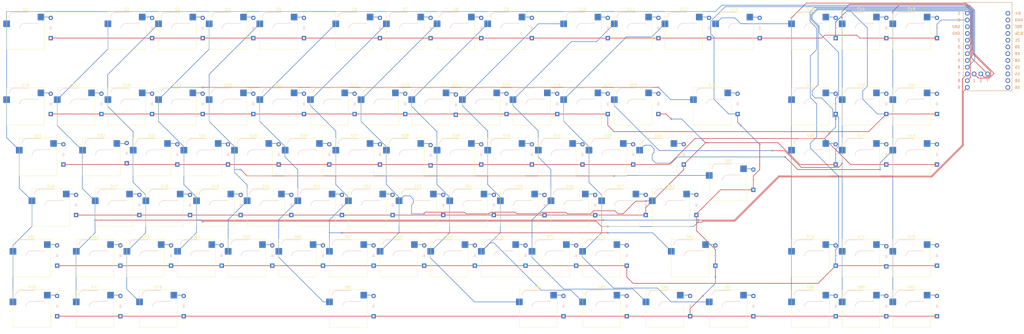
<source format=kicad_pcb>
(kicad_pcb (version 20241229) (generator "pcbnew") (generator_version "9.0")
  (layers (0 "F.Cu" signal) (2 "B.Cu" signal) (13 "F.Paste" user) (15 "B.Paste" user) (5 "F.SilkS" user "F.Silkscreen") (7 "B.SilkS" user "B.Silkscreen") (1 "F.Mask" user) (3 "B.Mask" user) (25 "Edge.Cuts" user))
  (net 0 "")
  (net 1 "Row 0")
  (net 2 "Row 1")
  (net 3 "Row 2")
  (net 4 "Row 3")
  (net 5 "Row 4")
  (net 6 "Row 5")
  (net 7 "Col 0")
  (net 8 "Col 1")
  (net 9 "Col 2")
  (net 10 "Col 3")
  (net 11 "Col 4")
  (net 12 "Col 5")
  (net 13 "Col 6")
  (net 14 "Col 7")
  (net 15 "Col 8")
  (net 16 "Col 9")
  (net 17 "Col 10")
  (net 18 "Col 11")
  (net 19 "Col 12")
  (net 20 "Col 13")
  (net 21 "Col 14")
  (net 28 "Net-(D1-A)")
  (net 29 "Net-(D2-A)")
  (net 30 "Net-(D3-A)")
  (net 31 "Net-(D4-A)")
  (net 32 "Net-(D5-A)")
  (net 33 "Net-(D6-A)")
  (net 34 "Net-(D7-A)")
  (net 35 "Net-(D8-A)")
  (net 36 "Net-(D9-A)")
  (net 37 "Net-(D10-A)")
  (net 38 "Net-(D11-A)")
  (net 39 "Net-(D12-A)")
  (net 40 "Net-(D13-A)")
  (net 41 "Net-(D14-A)")
  (net 42 "Net-(D15-A)")
  (net 43 "Net-(D16-A)")
  (net 44 "Net-(D17-A)")
  (net 45 "Net-(D18-A)")
  (net 46 "Net-(D19-A)")
  (net 47 "Net-(D20-A)")
  (net 48 "Net-(D21-A)")
  (net 49 "Net-(D22-A)")
  (net 50 "Net-(D23-A)")
  (net 51 "Net-(D24-A)")
  (net 52 "Net-(D25-A)")
  (net 53 "Net-(D26-A)")
  (net 54 "Net-(D27-A)")
  (net 55 "Net-(D28-A)")
  (net 56 "Net-(D29-A)")
  (net 57 "Net-(D30-A)")
  (net 58 "Net-(D31-A)")
  (net 59 "Net-(D32-A)")
  (net 60 "Net-(D33-A)")
  (net 61 "Net-(D34-A)")
  (net 62 "Net-(D35-A)")
  (net 63 "Net-(D36-A)")
  (net 64 "Net-(D37-A)")
  (net 65 "Net-(D38-A)")
  (net 66 "Net-(D39-A)")
  (net 67 "Net-(D40-A)")
  (net 68 "Net-(D41-A)")
  (net 69 "Net-(D42-A)")
  (net 70 "Net-(D43-A)")
  (net 71 "Net-(D44-A)")
  (net 72 "Net-(D45-A)")
  (net 73 "Net-(D46-A)")
  (net 74 "Net-(D47-A)")
  (net 75 "Net-(D48-A)")
  (net 76 "Net-(D49-A)")
  (net 77 "Net-(D50-A)")
  (net 78 "Net-(D51-A)")
  (net 79 "Net-(D52-A)")
  (net 80 "Net-(D53-A)")
  (net 81 "Net-(D54-A)")
  (net 82 "Net-(D55-A)")
  (net 83 "Net-(D56-A)")
  (net 84 "Net-(D57-A)")
  (net 85 "Net-(D58-A)")
  (net 86 "Net-(D59-A)")
  (net 87 "Net-(D60-A)")
  (net 88 "Net-(D61-A)")
  (net 89 "Net-(D62-A)")
  (net 90 "Net-(D63-A)")
  (net 91 "Net-(D64-A)")
  (net 92 "Net-(D65-A)")
  (net 93 "Net-(D66-A)")
  (net 94 "Net-(D67-A)")
  (net 95 "Net-(D68-A)")
  (net 96 "Net-(D69-A)")
  (net 97 "Net-(D70-A)")
  (net 98 "Net-(D71-A)")
  (net 99 "Net-(D72-A)")
  (net 100 "Net-(D73-A)")
  (net 101 "Net-(D74-A)")
  (net 102 "Net-(D75-A)")
  (net 103 "Net-(D76-A)")
  (net 104 "Net-(D77-A)")
  (net 105 "Net-(D78-A)")
  (net 106 "Net-(D79-A)")
  (net 107 "Net-(D80-A)")
  (net 108 "Net-(D81-A)")
  (net 109 "Net-(D82-A)")
  (net 110 "Net-(D83-A)")
  (net 111 "Net-(D84-A)")
  (net 112 "Net-(D85-A)")
  (net 113 "Net-(D86-A)")
  (net 114 "Net-(D87-A)")
  (net 115 "Net-(D88-A)")
  (net 116 "Net-(D89-A)")
  (net 117 "Net-(D90-A)")
  (footprint "ScottoKeebs_Hotswap:Hotswap_MX_1.00u" (layer "F.Cu") (at 697.965 108.305)
    (property "Reference" "S73")
    (property "Value" "Keyswitch")
  )
  (footprint "ScottoKeebs_Hotswap:Hotswap_MX_1.00u" (layer "F.Cu") (at 583.665 70.205)
    (property "Reference" "S40")
    (property "Value" "Keyswitch")
  )
  (footprint "ScottoKeebs_Hotswap:Hotswap_MX_1.00u" (layer "F.Cu") (at 736.065 108.305)
    (property "Reference" "S75")
    (property "Value" "Keyswitch")
  )
  (footprint "ScottoKeebs_Hotswap:Hotswap_MX_1.00u" (layer "F.Cu") (at 550.3275 89.255)
    (property "Reference" "S53")
    (property "Value" "Keyswitch")
  )
  (footprint "ScottoKeebs_Hotswap:Hotswap_MX_1.00u" (layer "F.Cu") (at 436.0275 89.255)
    (property "Reference" "S47")
    (property "Value" "Keyswitch")
  )
  (footprint "ScottoKeebs_Hotswap:Hotswap_MX_1.00u" (layer "F.Cu") (at 516.99 51.155)
    (property "Reference" "S22")
    (property "Value" "Keyswitch")
  )
  (footprint "ScottoKeebs_Hotswap:Hotswap_MX_1.00u" (layer "F.Cu") (at 669.39 22.58)
    (property "Reference" "S13")
    (property "Value" "Keyswitch")
  )
  (footprint "ScottoKeebs_Hotswap:Hotswap_MX_1.00u" (layer "F.Cu") (at 524.13375 108.305)
    (property "Reference" "S67")
    (property "Value" "Keyswitch")
  )
  (footprint "ScottoKeebs_Hotswap:Hotswap_MX_1.00u" (layer "F.Cu") (at 412.215 89.255)
    (property "Reference" "S46")
    (property "Value" "Keyswitch")
  )
  (footprint "ScottoKeebs_Hotswap:Hotswap_MX_1.00u" (layer "F.Cu") (at 640.815 70.205)
    (property "Reference" "S60")
    (property "Value" "Keyswitch")
  )
  (footprint "ScottoKeebs_Hotswap:Hotswap_MX_1.00u" (layer "F.Cu") (at 459.84 51.155)
    (property "Reference" "S19")
    (property "Value" "Keyswitch")
  )
  (footprint "ScottoKeebs_Hotswap:Hotswap_MX_1.00u" (layer "F.Cu") (at 652.72125 108.305)
    (property "Reference" "S82")
    (property "Value" "Keyswitch")
  )
  (footprint "ScottoKeebs_Hotswap:Hotswap_MX_1.00u" (layer "F.Cu") (at 562.23375 108.305)
    (property "Reference" "S69")
    (property "Value" "Keyswitch")
  )
  (footprint "ScottoKeebs_Hotswap:Hotswap_MX_1.00u" (layer "F.Cu") (at 612.24 51.155)
    (property "Reference" "S27")
    (property "Value" "Keyswitch")
  )
  (footprint "ScottoKeebs_Hotswap:Hotswap_MX_1.00u" (layer "F.Cu") (at 736.065 51.155)
    (property "Reference" "S30")
    (property "Value" "Keyswitch")
  )
  (footprint "ScottoKeebs_Hotswap:Hotswap_MX_1.00u" (layer "F.Cu") (at 545.565 70.205)
    (property "Reference" "S38")
    (property "Value" "Keyswitch")
  )
  (footprint "ScottoKeebs_Hotswap:Hotswap_MX_1.00u" (layer "F.Cu") (at 474.1275 89.255)
    (property "Reference" "S49")
    (property "Value" "Keyswitch")
  )
  (footprint "ScottoKeebs_Hotswap:Hotswap_MX_1.00u" (layer "F.Cu") (at 619.38375 127.355)
    (property "Reference" "S85")
    (property "Value" "Keyswitch")
  )
  (footprint "ScottoKeebs_Hotswap:Hotswap_MX_1.00u" (layer "F.Cu") (at 697.965 127.355)
    (property "Reference" "S88")
    (property "Value" "Keyswitch")
  )
  (footprint "ScottoKeebs_Hotswap:Hotswap_MX_1.00u" (layer "F.Cu") (at 612.24 22.58)
    (property "Reference" "S10")
    (property "Value" "Keyswitch")
  )
  (footprint "ScottoKeebs_Hotswap:Hotswap_MX_1.00u" (layer "F.Cu") (at 402.69 22.58)
    (property "Reference" "S1")
    (property "Value" "Keyswitch")
  )
  (footprint "ScottoKeebs_Hotswap:Hotswap_MX_1.00u" (layer "F.Cu") (at 407.4525 70.205)
    (property "Reference" "S31")
    (property "Value" "Keyswitch")
  )
  (footprint "ScottoKeebs_Hotswap:Hotswap_MX_1.00u" (layer "F.Cu") (at 405.07125 127.355)
    (property "Reference" "S76")
    (property "Value" "Keyswitch")
  )
  (footprint "ScottoKeebs_Hotswap:Hotswap_MX_1.00u" (layer "F.Cu") (at 493.1775 89.255)
    (property "Reference" "S50")
    (property "Value" "Keyswitch")
  )
  (footprint "ScottoKeebs_Hotswap:Hotswap_MX_1.00u" (layer "F.Cu") (at 440.79 51.155)
    (property "Reference" "S18")
    (property "Value" "Keyswitch")
  )
  (footprint "ScottoKeebs_Hotswap:Hotswap_MX_1.00u" (layer "F.Cu") (at 428.88375 127.355)
    (property "Reference" "S77")
    (property "Value" "Keyswitch")
  )
  (footprint "ScottoKeebs_Hotswap:Hotswap_MX_1.00u" (layer "F.Cu") (at 488.415 70.205)
    (property "Reference" "S35")
    (property "Value" "Keyswitch")
  )
  (footprint "ScottoKeebs_Hotswap:Hotswap_MX_1.00u" (layer "F.Cu") (at 526.515 22.58)
    (property "Reference" "S6")
    (property "Value" "Keyswitch")
  )
  (footprint "ScottoKeebs_Hotswap:Hotswap_MX_1.00u" (layer "F.Cu") (at 717.015 22.58)
    (property "Reference" "S14")
    (property "Value" "Keyswitch")
  )
  (footprint "ScottoKeebs_Hotswap:Hotswap_MX_1.00u" (layer "F.Cu") (at 574.14 51.155)
    (property "Reference" "S25")
    (property "Value" "Keyswitch")
  )
  (footprint "ScottoKeebs_Hotswap:Hotswap_MX_1.00u" (layer "F.Cu") (at 452.69625 127.355)
    (property "Reference" "S78")
    (property "Value" "Keyswitch")
  )
  (footprint "ScottoKeebs_Hotswap:Hotswap_MX_1.00u" (layer "F.Cu") (at 555.09 51.155)
    (property "Reference" "S24")
    (property "Value" "Keyswitch")
  )
  (footprint "ScottoKeebs_Hotswap:Hotswap_MX_1.00u" (layer "F.Cu") (at 431.265 70.205)
    (property "Reference" "S32")
    (property "Value" "Keyswitch")
  )
  (footprint "ScottoKeebs_Hotswap:Hotswap_MX_1.00u" (layer "F.Cu") (at 564.615 70.205)
    (property "Reference" "S39")
    (property "Value" "Keyswitch")
  )
  (footprint "ScottoKeebs_Hotswap:Hotswap_MX_1.00u" (layer "F.Cu") (at 531.2775 89.255)
    (property "Reference" "S52")
    (property "Value" "Keyswitch")
  )
  (footprint "ScottoKeebs_Hotswap:Hotswap_MX_1.00u" (layer "F.Cu") (at 524.13375 127.355)
    (property "Reference" "S81")
    (property "Value" "Keyswitch")
  )
  (footprint "ScottoKeebs_Hotswap:Hotswap_MX_1.00u" (layer "F.Cu") (at 697.965 22.58)
    (property "Reference" "S28")
    (property "Value" "Keyswitch")
  )
  (footprint "ScottoKeebs_Hotswap:Hotswap_MX_1.00u" (layer "F.Cu") (at 643.19625 127.355)
    (property "Reference" "S86")
    (property "Value" "Keyswitch")
  )
  (footprint "ScottoKeebs_Hotswap:Hotswap_MX_1.00u" (layer "F.Cu") (at 428.88375 108.305)
    (property "Reference" "S62")
    (property "Value" "Keyswitch")
  )
  (footprint "ScottoKeebs_Hotswap:Hotswap_MX_1.00u" (layer "F.Cu") (at 602.715 70.205)
    (property "Reference" "S41")
    (property "Value" "Keyswitch")
  )
  (footprint "ScottoKeebs_Hotswap:Hotswap_MX_1.00u" (layer "F.Cu") (at 697.965 70.205)
    (property "Reference" "S58")
    (property "Value" "Keyswitch")
  )
  (footprint "ScottoKeebs_Hotswap:Hotswap_MX_1.00u" (layer "F.Cu") (at 600.33375 108.305)
    (property "Reference" "S71")
    (property "Value" "Keyswitch")
  )
  (footprint "ScottoKeebs_Hotswap:Hotswap_MX_1.00u" (layer "F.Cu") (at 405.07125 108.305)
    (property "Reference" "S61")
    (property "Value" "Keyswitch")
  )
  (footprint "ScottoKeebs_Hotswap:Hotswap_MX_1.00u" (layer "F.Cu") (at 569.3775 89.255)
    (property "Reference" "S54")
    (property "Value" "Keyswitch")
  )
  (footprint "ScottoKeebs_Hotswap:Hotswap_MX_1.00u" (layer "F.Cu") (at 450.315 70.205)
    (property "Reference" "S33")
    (property "Value" "Keyswitch")
  )
  (footprint "ScottoKeebs_Hotswap:Hotswap_MX_1.00u" (layer "F.Cu") (at 619.38375 108.305)
    (property "Reference" "S72")
    (property "Value" "Keyswitch")
  )
  (footprint "ScottoKeebs_Hotswap:Hotswap_MX_1.00u" (layer "F.Cu") (at 717.015 127.355)
    (property "Reference" "S89")
    (property "Value" "Keyswitch")
  )
  (footprint "ScottoKeebs_Hotswap:Hotswap_MX_1.00u" (layer "F.Cu") (at 588.4275 89.255)
    (property "Reference" "S55")
    (property "Value" "Keyswitch")
  )
  (footprint "ScottoKeebs_Hotswap:Hotswap_MX_1.00u" (layer "F.Cu") (at 667.00875 79.73)
    (property "Reference" "S80")
    (property "Value" "Keyswitch")
  )
  (footprint "ScottoKeebs_Hotswap:Hotswap_MX_1.00u" (layer "F.Cu") (at 581.28375 108.305)
    (property "Reference" "S70")
    (property "Value" "Keyswitch")
  )
  (footprint "ScottoKeebs_Hotswap:Hotswap_MX_1.00u" (layer "F.Cu") (at 667.00875 127.355)
    (property "Reference" "S87")
    (property "Value" "Keyswitch")
  )
  (footprint "ScottoKeebs_Hotswap:Hotswap_MX_1.00u" (layer "F.Cu") (at 736.065 127.355)
    (property "Reference" "S90")
    (property "Value" "Keyswitch")
  )
  (footprint "ScottoKeebs_Hotswap:Hotswap_MX_1.00u" (layer "F.Cu") (at 717.015 51.155)
    (property "Reference" "S29")
    (property "Value" "Keyswitch")
  )
  (footprint "ScottoKeebs_Hotswap:Hotswap_MX_1.00u" (layer "F.Cu") (at 621.765 70.205)
    (property "Reference" "S42")
    (property "Value" "Keyswitch")
  )
  (footprint "ScottoKeebs_Hotswap:Hotswap_MX_1.00u" (layer "F.Cu") (at 497.94 51.155)
    (property "Reference" "S21")
    (property "Value" "Keyswitch")
  )
  (footprint "ScottoKeebs_Hotswap:Hotswap_MX_1.00u" (layer "F.Cu") (at 564.615 22.58)
    (property "Reference" "S8")
    (property "Value" "Keyswitch")
  )
  (footprint "ScottoKeebs_Hotswap:Hotswap_MX_1.00u" (layer "F.Cu") (at 459.84 22.58)
    (property "Reference" "S3")
    (property "Value" "Keyswitch")
  )
  (footprint "ScottoKeebs_Hotswap:Hotswap_MX_1.00u" (layer "F.Cu") (at 512.2275 89.255)
    (property "Reference" "S51")
    (property "Value" "Keyswitch")
  )
  (footprint "ScottoKeebs_Hotswap:Hotswap_MX_1.00u" (layer "F.Cu") (at 421.74 51.155)
    (property "Reference" "S17")
    (property "Value" "Keyswitch")
  )
  (footprint "ScottoKeebs_Hotswap:Hotswap_MX_1.00u" (layer "F.Cu") (at 607.4775 89.255)
    (property "Reference" "S56")
    (property "Value" "Keyswitch")
  )
  (footprint "ScottoKeebs_MCU:Nice_Nano_V2" (layer "F.Cu") (at 764.64 29.76125)
    (property "Reference" "U3" (hide yes))
    (property "Value" "Nice_Nano_V2" (hide yes))
  )
  (footprint "ScottoKeebs_Hotswap:Hotswap_MX_1.00u" (layer "F.Cu") (at 402.69 51.155)
    (property "Reference" "S16")
    (property "Value" "Keyswitch")
  )
  (footprint "ScottoKeebs_Hotswap:Hotswap_MX_1.00u" (layer "F.Cu") (at 717.015 70.205)
    (property "Reference" "S44")
    (property "Value" "Keyswitch")
  )
  (footprint "ScottoKeebs_Hotswap:Hotswap_MX_1.00u" (layer "F.Cu") (at 717.015 108.305)
    (property "Reference" "S74")
    (property "Value" "Keyswitch")
  )
  (footprint "ScottoKeebs_Hotswap:Hotswap_MX_1.00u" (layer "F.Cu") (at 505.08375 108.305)
    (property "Reference" "S66")
    (property "Value" "Keyswitch")
  )
  (footprint "ScottoKeebs_Hotswap:Hotswap_MX_1.00u" (layer "F.Cu") (at 497.94 22.58)
    (property "Reference" "S5")
    (property "Value" "Keyswitch")
  )
  (footprint "ScottoKeebs_Hotswap:Hotswap_MX_1.00u" (layer "F.Cu") (at 650.34 22.58)
    (property "Reference" "S12")
    (property "Value" "Keyswitch")
  )
  (footprint "ScottoKeebs_Hotswap:Hotswap_MX_1.00u" (layer "F.Cu") (at 595.57125 127.355)
    (property "Reference" "S84")
    (property "Value" "Keyswitch")
  )
  (footprint "ScottoKeebs_Hotswap:Hotswap_MX_1.00u" (layer "F.Cu") (at 536.04 51.155)
    (property "Reference" "S23")
    (property "Value" "Keyswitch")
  )
  (footprint "ScottoKeebs_Hotswap:Hotswap_MX_1.00u" (layer "F.Cu") (at 583.665 22.58)
    (property "Reference" "S9")
    (property "Value" "Keyswitch")
  )
  (footprint "ScottoKeebs_Hotswap:Hotswap_MX_1.00u" (layer "F.Cu") (at 593.19 51.155)
    (property "Reference" "S26")
    (property "Value" "Keyswitch")
  )
  (footprint "ScottoKeebs_Hotswap:Hotswap_MX_1.00u" (layer "F.Cu") (at 736.065 70.205)
    (property "Reference" "S45")
    (property "Value" "Keyswitch")
  )
  (footprint "ScottoKeebs_Hotswap:Hotswap_MX_1.00u" (layer "F.Cu") (at 631.29 51.155)
    (property "Reference" "S59")
    (property "Value" "Keyswitch")
  )
  (footprint "ScottoKeebs_Hotswap:Hotswap_MX_1.00u" (layer "F.Cu") (at 626.5275 89.255)
    (property "Reference" "S57")
    (property "Value" "Keyswitch")
  )
  (footprint "ScottoKeebs_Hotswap:Hotswap_MX_1.00u" (layer "F.Cu") (at 736.065 22.58)
    (property "Reference" "S15")
    (property "Value" "Keyswitch")
  )
  (footprint "ScottoKeebs_Hotswap:Hotswap_MX_1.00u" (layer "F.Cu") (at 466.98375 108.305)
    (property "Reference" "S64")
    (property "Value" "Keyswitch")
  )
  (footprint "ScottoKeebs_Hotswap:Hotswap_MX_1.00u" (layer "F.Cu") (at 478.89 51.155)
    (property "Reference" "S20")
    (property "Value" "Keyswitch")
  )
  (footprint "ScottoKeebs_Hotswap:Hotswap_MX_1.00u" (layer "F.Cu") (at 526.515 70.205)
    (property "Reference" "S37")
    (property "Value" "Keyswitch")
  )
  (footprint "ScottoKeebs_Hotswap:Hotswap_MX_1.00u" (layer "F.Cu") (at 645.5775 89.255)
    (property "Reference" "S83")
    (property "Value" "Keyswitch")
  )
  (footprint "ScottoKeebs_Hotswap:Hotswap_MX_1.00u" (layer "F.Cu") (at 478.89 22.58)
    (property "Reference" "S4")
    (property "Value" "Keyswitch")
  )
  (footprint "ScottoKeebs_Hotswap:Hotswap_MX_1.00u" (layer "F.Cu") (at 447.93375 108.305)
    (property "Reference" "S63")
    (property "Value" "Keyswitch")
  )
  (footprint "ScottoKeebs_Hotswap:Hotswap_MX_1.00u" (layer "F.Cu") (at 507.465 70.205)
    (property "Reference" "S36")
    (property "Value" "Keyswitch")
  )
  (footprint "ScottoKeebs_Hotswap:Hotswap_MX_1.00u" (layer "F.Cu") (at 455.0775 89.255)
    (property "Reference" "S48")
    (property "Value" "Keyswitch")
  )
  (footprint "ScottoKeebs_Hotswap:Hotswap_MX_1.00u" (layer "F.Cu") (at 697.965 51.155)
    (property "Reference" "S43")
    (property "Value" "Keyswitch")
  )
  (footprint "ScottoKeebs_Hotswap:Hotswap_MX_1.00u" (layer "F.Cu") (at 486.03375 108.305)
    (property "Reference" "S65")
    (property "Value" "Keyswitch")
  )
  (footprint "ScottoKeebs_Hotswap:Hotswap_MX_1.00u" (layer "F.Cu") (at 545.565 22.58)
    (property "Reference" "S7")
    (property "Value" "Keyswitch")
  )
  (footprint "ScottoKeebs_Hotswap:Hotswap_MX_1.00u" (layer "F.Cu") (at 440.79 22.58)
    (property "Reference" "S2")
    (property "Value" "Keyswitch")
  )
  (footprint "ScottoKeebs_Hotswap:Hotswap_MX_1.00u" (layer "F.Cu") (at 543.18375 108.305)
    (property "Reference" "S68")
    (property "Value" "Keyswitch")
  )
  (footprint "ScottoKeebs_Hotswap:Hotswap_MX_1.00u" (layer "F.Cu") (at 631.29 22.58)
    (property "Reference" "S11")
    (property "Value" "Keyswitch")
  )
  (footprint "ScottoKeebs_Hotswap:Hotswap_MX_1.00u" (layer "F.Cu") (at 661.06905 51.1554)
    (property "Reference" "S79")
    (property "Value" "Keyswitch")
  )
  (footprint "ScottoKeebs_Hotswap:Hotswap_MX_1.00u" (layer "F.Cu") (at 469.365 70.205)
    (property "Reference" "S34")
    (property "Value" "Keyswitch")
  )
  (footprint "ScottoKeebs_Components:Diode_DO-35" (layer "B.Cu") (at 462.22125 130.2125 90)
    (property "Reference" "D78" (hide yes))
    (property "Value" "Diode" (hide yes))
  )
  (footprint "ScottoKeebs_Components:Diode_DO-35" (layer "B.Cu") (at 612.24 73.0625 90)
    (property "Reference" "D41" (hide yes))
    (property "Value" "Diode" (hide yes))
  )
  (footprint "ScottoKeebs_Components:Diode_DO-35" (layer "B.Cu") (at 621.765 54.0125 90)
    (property "Reference" "D27" (hide yes))
    (property "Value" "Diode" (hide yes))
  )
  (footprint "ScottoKeebs_Components:Diode_DO-35" (layer "B.Cu") (at 438.40875 111.1625 90)
    (property "Reference" "D62" (hide yes))
    (property "Value" "Diode" (hide yes))
  )
  (footprint "ScottoKeebs_Components:Diode_DO-35" (layer "B.Cu") (at 555.09 73.375 90)
    (property "Reference" "D38" (hide yes))
    (property "Value" "Diode" (hide yes))
  )
  (footprint "ScottoKeebs_Components:Diode_DO-35" (layer "B.Cu") (at 574.14 25.4375 90)
    (property "Reference" "D8" (hide yes))
    (property "Value" "Diode" (hide yes))
  )
  (footprint "ScottoKeebs_Components:Diode_DO-35" (layer "B.Cu") (at 662.24625 111.1625 90)
    (property "Reference" "D82" (hide yes))
    (property "Value" "Diode" (hide yes))
  )
  (footprint "ScottoKeebs_Components:Diode_DO-35" (layer "B.Cu") (at 636.0525 92.1125 90)
    (property "Reference" "D57" (hide yes))
    (property "Value" "Diode" (hide yes))
  )
  (footprint "ScottoKeebs_Components:Diode_DO-35" (layer "B.Cu") (at 459.84 73.0625 90)
    (property "Reference" "D33" (hide yes))
    (property "Value" "Diode" (hide yes))
  )
  (footprint "ScottoKeebs_Components:Diode_DO-35" (layer "B.Cu") (at 497.94 73.0625 90)
    (property "Reference" "D35" (hide yes))
    (property "Value" "Diode" (hide yes))
  )
  (footprint "ScottoKeebs_Components:Diode_DO-35" (layer "B.Cu") (at 628.90875 111.1625 90)
    (property "Reference" "D72" (hide yes))
    (property "Value" "Diode" (hide yes))
  )
  (footprint "ScottoKeebs_Components:Diode_DO-35" (layer "B.Cu") (at 621.765 25.4375 90)
    (property "Reference" "D10" (hide yes))
    (property "Value" "Diode" (hide yes))
  )
  (footprint "ScottoKeebs_Components:Diode_DO-35" (layer "B.Cu") (at 438.40875 130.2125 90)
    (property "Reference" "D77" (hide yes))
    (property "Value" "Diode" (hide yes))
  )
  (footprint "ScottoKeebs_Components:Diode_DO-35" (layer "B.Cu") (at 514.60875 111.1625 90)
    (property "Reference" "D66" (hide yes))
    (property "Value" "Diode" (hide yes))
  )
  (footprint "ScottoKeebs_Components:Diode_DO-35" (layer "B.Cu") (at 445.5525 92.1125 90)
    (property "Reference" "D47" (hide yes))
    (property "Value" "Diode" (hide yes))
  )
  (footprint "ScottoKeebs_Components:Diode_DO-35" (layer "B.Cu") (at 726.54 54.0125 90)
    (property "Reference" "D29" (hide yes))
    (property "Value" "Diode" (hide yes))
  )
  (footprint "ScottoKeebs_Components:Diode_DO-35" (layer "B.Cu") (at 507.465 25.4375 90)
    (property "Reference" "D5" (hide yes))
    (property "Value" "Diode" (hide yes))
  )
  (footprint "ScottoKeebs_Components:Diode_DO-35" (layer "B.Cu") (at 536.04 73.0625 90)
    (property "Reference" "D37" (hide yes))
    (property "Value" "Diode" (hide yes))
  )
  (footprint "ScottoKeebs_Components:Diode_DO-35" (layer "B.Cu") (at 602.715 54.0125 90)
    (property "Reference" "D26" (hide yes))
    (property "Value" "Diode" (hide yes))
  )
  (footprint "ScottoKeebs_Components:Diode_DO-35" (layer "B.Cu") (at 507.465 54.0125 90)
    (property "Reference" "D21" (hide yes))
    (property "Value" "Diode" (hide yes))
  )
  (footprint "ScottoKeebs_Components:Diode_DO-35" (layer "B.Cu") (at 578.9025 92.1125 90)
    (property "Reference" "D54" (hide yes))
    (property "Value" "Diode" (hide yes))
  )
  (footprint "ScottoKeebs_Components:Diode_DO-35" (layer "B.Cu") (at 540.8025 92.1125 90)
    (property "Reference" "D52" (hide yes))
    (property "Value" "Diode" (hide yes))
  )
  (footprint "ScottoKeebs_Components:Diode_DO-35" (layer "B.Cu") (at 583.665 54.0125 90)
    (property "Reference" "D25" (hide yes))
    (property "Value" "Diode" (hide yes))
  )
  (footprint "ScottoKeebs_Components:Diode_DO-35" (layer "B.Cu") (at 450.315 54.0125 90)
    (property "Reference" "D18" (hide yes))
    (property "Value" "Diode" (hide yes))
  )
  (footprint "ScottoKeebs_Components:Diode_DO-35" (layer "B.Cu") (at 652.72125 130.2125 90)
    (property "Reference" "D86" (hide yes))
    (property "Value" "Diode" (hide yes))
  )
  (footprint "ScottoKeebs_Components:Diode_DO-35" (layer "B.Cu") (at 574.14 73.0625 90)
    (property "Reference" "D39" (hide yes))
    (property "Value" "Diode" (hide yes))
  )
  (footprint "ScottoKeebs_Components:Diode_DO-35" (layer "B.Cu") (at 555.09 25.4375 90)
    (property "Reference" "D7" (hide yes))
    (property "Value" "Diode" (hide yes))
  )
  (footprint "ScottoKeebs_Components:Diode_DO-35" (layer "B.Cu") (at 416.9775 73.0625 90)
    (property "Reference" "D31" (hide yes))
    (property "Value" "Diode" (hide yes))
  )
  (footprint "ScottoKeebs_Components:Diode_DO-35" (layer "B.Cu") (at 707.49 130.2125 90)
    (property "Reference" "D88" (hide yes))
    (property "Value" "Diode" (hide yes))
  )
  (footprint "ScottoKeebs_Components:Diode_DO-35" (layer "B.Cu") (at 640.815 54.0125 90)
    (property "Reference" "D59" (hide yes))
    (property "Value" "Diode" (hide yes))
  )
  (footprint "ScottoKeebs_Components:Diode_DO-35" (layer "B.Cu") (at 628.90875 130.2125 90)
    (property "Reference" "D85" (hide yes))
    (property "Value" "Diode" (hide yes))
  )
  (footprint "ScottoKeebs_Components:Diode_DO-35" (layer "B.Cu") (at 726.54 111.475 90)
    (property "Reference" "D74" (hide yes))
    (property "Value" "Diode" (hide yes))
  )
  (footprint "ScottoKeebs_Components:Diode_DO-35" (layer "B.Cu") (at 605.09625 130.2125 90)
    (property "Reference" "D84" (hide yes))
    (property "Value" "Diode" (hide yes))
  )
  (footprint "ScottoKeebs_Components:Diode_DO-35" (layer "B.Cu") (at 745.59 25.4375 90)
    (property "Reference" "D15" (hide yes))
    (property "Value" "Diode" (hide yes))
  )
  (footprint "ScottoKeebs_Components:Diode_DO-35" (layer "B.Cu") (at 745.59 130.2125 90)
    (property "Reference" "D90" (hide yes))
    (property "Value" "Diode" (hide yes))
  )
  (footprint "ScottoKeebs_Components:Diode_DO-35" (layer "B.Cu") (at 590.80875 111.1625 90)
    (property "Reference" "D70" (hide yes))
    (property "Value" "Diode" (hide yes))
  )
  (footprint "ScottoKeebs_Components:Diode_DO-35" (layer "B.Cu") (at 597.9525 92.155 90)
    (property "Reference" "D55" (hide yes))
    (property "Value" "Diode" (hide yes))
  )
  (footprint "ScottoKeebs_Components:Diode_DO-35" (layer "B.Cu") (at 533.65875 130.2125 90)
    (property "Reference" "D81" (hide yes))
    (property "Value" "Diode" (hide yes))
  )
  (footprint "ScottoKeebs_Components:Diode_DO-35" (layer "B.Cu") (at 593.19 73.0625 90)
    (property "Reference" "D40" (hide yes))
    (property "Value" "Diode" (hide yes))
  )
  (footprint "ScottoKeebs_Components:Diode_DO-35" (layer "B.Cu") (at 469.365 25.4375 90)
    (property "Reference" "D3" (hide yes))
    (property "Value" "Diode" (hide yes))
  )
  (footprint "ScottoKeebs_Components:Diode_DO-35" (layer "B.Cu") (at 564.615 54.325 90)
    (property "Reference" "D24" (hide yes))
    (property "Value" "Diode" (hide yes))
  )
  (footprint "ScottoKeebs_Components:Diode_DO-35" (layer "B.Cu") (at 655.1025 92.1125 90)
    (property "Reference" "D83" (hide yes))
    (property "Value" "Diode" (hide yes))
  )
  (footprint "ScottoKeebs_Components:Diode_DO-35" (layer "B.Cu") (at 707.49 25.4375 90)
    (property "Reference" "D28" (hide yes))
    (property "Value" "Diode" (hide yes))
  )
  (footprint "ScottoKeebs_Components:Diode_DO-35" (layer "B.Cu") (at 631.29 73.0625 90)
    (property "Reference" "D42" (hide yes))
    (property "Value" "Diode" (hide yes))
  )
  (footprint "ScottoKeebs_Components:Diode_DO-35" (layer "B.Cu") (at 488.415 54.0125 90)
    (property "Reference" "D20" (hide yes))
    (property "Value" "Diode" (hide yes))
  )
  (footprint "ScottoKeebs_Components:Diode_DO-35" (layer "B.Cu") (at 559.8525 92.1125 90)
    (property "Reference" "D53" (hide yes))
    (property "Value" "Diode" (hide yes))
  )
  (footprint "ScottoKeebs_Components:Diode_DO-35" (layer "B.Cu") (at 726.54 25.4375 90)
    (property "Reference" "D14" (hide yes))
    (property "Value" "Diode" (hide yes))
  )
  (footprint "ScottoKeebs_Components:Diode_DO-35" (layer "B.Cu") (at 476.50875 111.1625 90)
    (property "Reference" "D64" (hide yes))
    (property "Value" "Diode" (hide yes))
  )
  (footprint "ScottoKeebs_Components:Diode_DO-35" (layer "B.Cu") (at 745.59 73.0625 90)
    (property "Reference" "D45" (hide yes))
    (property "Value" "Diode" (hide yes))
  )
  (footprint "ScottoKeebs_Components:Diode_DO-35" (layer "B.Cu") (at 421.74 92.1125 90)
    (property "Reference" "D46" (hide yes))
    (property "Value" "Diode" (hide yes))
  )
  (footprint "ScottoKeebs_Components:Diode_DO-35" (layer "B.Cu") (at 533.65875 111.1625 90)
    (property "Reference" "D67" (hide yes))
    (property "Value" "Diode" (hide yes))
  )
  (footprint "ScottoKeebs_Components:Diode_DO-35" (layer "B.Cu") (at 536.04 25.4375 90)
    (property "Reference" "D6" (hide yes))
    (property "Value" "Diode" (hide yes))
  )
  (footprint "ScottoKeebs_Components:Diode_DO-35" (layer "B.Cu") (at 678.915 25.4375 90)
    (property "Reference" "D13" (hide yes))
    (property "Value" "Diode" (hide yes))
  )
  (footprint "ScottoKeebs_Components:Diode_DO-35" (layer "B.Cu") (at 670.59405 54.0125 90)
    (property "Reference" "D79" (hide yes))
    (property "Value" "Diode" (hide yes))
  )
  (footprint "ScottoKeebs_Components:Diode_DO-35" (layer "B.Cu") (at 502.7025 92.1125 90)
    (property "Reference" "D50" (hide yes))
    (property "Value" "Diode" (hide yes))
  )
  (footprint "ScottoKeebs_Components:Diode_DO-35" (layer "B.Cu") (at 552.70875 111.1625 90)
    (property "Reference" "D68" (hide yes))
    (property "Value" "Diode" (hide yes))
  )
  (footprint "ScottoKeebs_Components:Diode_DO-35" (layer "B.Cu") (at 469.365 54.0125 90)
    (property "Reference" "D19" (hide yes))
    (property "Value" "Diode" (hide yes))
  )
  (footprint "ScottoKeebs_Components:Diode_DO-35" (layer "B.Cu") (at 593.19 25.4375 90)
    (property "Reference" "D9" (hide yes))
    (property "Value" "Diode" (hide yes))
  )
  (footprint "ScottoKeebs_Components:Diode_DO-35" (layer "B.Cu") (at 617.0025 92.155 90)
    (property "Reference" "D56" (hide yes))
    (property "Value" "Diode" (hide yes))
  )
  (footprint "ScottoKeebs_Components:Diode_DO-35" (layer "B.Cu") (at 609.85875 111.1625 90)
    (property "Reference" "D71" (hide yes))
    (property "Value" "Diode" (hide yes))
  )
  (footprint "ScottoKeebs_Components:Diode_DO-35" (layer "B.Cu") (at 745.59 54.0125 90)
    (property "Reference" "D30" (hide yes))
    (property "Value" "Diode" (hide yes))
  )
  (footprint "ScottoKeebs_Components:Diode_DO-35" (layer "B.Cu") (at 483.6525 92.1125 90)
    (property "Reference" "D49" (hide yes))
    (property "Value" "Diode" (hide yes))
  )
  (footprint "ScottoKeebs_Components:Diode_DO-35" (layer "B.Cu") (at 676.53375 130.2125 90)
    (property "Reference" "D87" (hide yes))
    (property "Value" "Diode" (hide yes))
  )
  (footprint "ScottoKeebs_Components:Diode_DO-35" (layer "B.Cu") (at 457.45875 111.1625 90)
    (property "Reference" "D63" (hide yes))
    (property "Value" "Diode" (hide yes))
  )
  (footprint "ScottoKeebs_Components:Diode_DO-35" (layer "B.Cu") (at 412.215 54.0125 90)
    (property "Reference" "D16" (hide yes))
    (property "Value" "Diode" (hide yes))
  )
  (footprint "ScottoKeebs_Components:Diode_DO-35" (layer "B.Cu") (at 676.53375 82.5875 90)
    (property "Reference" "D80" (hide yes))
    (property "Value" "Diode" (hide yes))
  )
  (footprint "ScottoKeebs_Components:Diode_DO-35" (layer "B.Cu") (at 745.59 111.1625 90)
    (property "Reference" "D75" (hide yes))
    (property "Value" "Diode" (hide yes))
  )
  (footprint "ScottoKeebs_Components:Diode_DO-35" (layer "B.Cu") (at 640.815 25.4375 90)
    (property "Reference" "D11" (hide yes))
    (property "Value" "Diode" (hide yes))
  )
  (footprint "ScottoKeebs_Components:Diode_DO-35" (layer "B.Cu") (at 726.54 73.0625 90)
    (property "Reference" "D44" (hide yes))
    (property "Value" "Diode" (hide yes))
  )
  (footprint "ScottoKeebs_Components:Diode_DO-35" (layer "B.Cu") (at 521.7525 92.1125 90)
    (property "Reference" "D51" (hide yes))
    (property "Value" "Diode" (hide yes))
  )
  (footprint "ScottoKeebs_Components:Diode_DO-35" (layer "B.Cu") (at 726.54 130.2125 90)
    (property "Reference" "D89" (hide yes))
    (property "Value" "Diode" (hide yes))
  )
  (footprint "ScottoKeebs_Components:Diode_DO-35" (layer "B.Cu") (at 545.565 54.0125 90)
    (property "Reference" "D23" (hide yes))
    (property "Value" "Diode" (hide yes))
  )
  (footprint "ScottoKeebs_Components:Diode_DO-35" (layer "B.Cu") (at 414.59625 130.2125 90)
    (property "Reference" "D76" (hide yes))
    (property "Value" "Diode" (hide yes))
  )
  (footprint "ScottoKeebs_Components:Diode_DO-35" (layer "B.Cu") (at 464.6025 92.1125 90)
    (property "Reference" "D48" (hide yes))
    (property "Value" "Diode" (hide yes))
  )
  (footprint "ScottoKeebs_Components:Diode_DO-35" (layer "B.Cu") (at 707.49 73.0625 90)
    (property "Reference" "D58" (hide yes))
    (property "Value" "Diode" (hide yes))
  )
  (footprint "ScottoKeebs_Components:Diode_DO-35" (layer "B.Cu") (at 659.865 25.4375 90)
    (property "Reference" "D12" (hide yes))
    (property "Value" "Diode" (hide yes))
  )
  (footprint "ScottoKeebs_Components:Diode_DO-35" (layer "B.Cu") (at 707.49 111.1625 90)
    (property "Reference" "D73" (hide yes))
    (property "Value" "Diode" (hide yes))
  )
  (footprint "ScottoKeebs_Components:Diode_DO-35" (layer "B.Cu") (at 450.315 25.4375 90)
    (property "Reference" "D2" (hide yes))
    (property "Value" "Diode" (hide yes))
  )
  (footprint "ScottoKeebs_Components:Diode_DO-35" (layer "B.Cu") (at 488.415 25.4375 90)
    (property "Reference" "D4" (hide yes))
    (property "Value" "Diode" (hide yes))
  )
  (footprint "ScottoKeebs_Components:Diode_DO-35" (layer "B.Cu") (at 707.49 54.0125 90)
    (property "Reference" "D43" (hide yes))
    (property "Value" "Diode" (hide yes))
  )
  (footprint "ScottoKeebs_Components:Diode_DO-35" (layer "B.Cu") (at 478.89 73.0625 90)
    (property "Reference" "D34" (hide yes))
    (property "Value" "Diode" (hide yes))
  )
  (footprint "ScottoKeebs_Components:Diode_DO-35" (layer "B.Cu") (at 440.79 72.58625 90)
    (property "Reference" "D32" (hide yes))
    (property "Value" "Diode" (hide yes))
  )
  (footprint "ScottoKeebs_Components:Diode_DO-35" (layer "B.Cu") (at 650.34 73.0625 90)
    (property "Reference" "D60" (hide yes))
    (property "Value" "Diode" (hide yes))
  )
  (footprint "ScottoKeebs_Components:Diode_DO-35" (layer "B.Cu") (at 516.99 73.0625 90)
    (property "Reference" "D36" (hide yes))
    (property "Value" "Diode" (hide yes))
  )
  (footprint "ScottoKeebs_Components:Diode_DO-35" (layer "B.Cu") (at 414.59625 111.1625 90)
    (property "Reference" "D61" (hide yes))
    (property "Value" "Diode" (hide yes))
  )
  (footprint "ScottoKeebs_Components:Diode_DO-35" (layer "B.Cu") (at 412.215 25.4375 90)
    (property "Reference" "D1" (hide yes))
    (property "Value" "Diode" (hide yes))
  )
  (footprint "ScottoKeebs_Components:Diode_DO-35" (layer "B.Cu") (at 526.515 54.0125 90)
    (property "Reference" "D22" (hide yes))
    (property "Value" "Diode" (hide yes))
  )
  (footprint "ScottoKeebs_Components:Diode_DO-35" (layer "B.Cu") (at 431.265 54.0125 90)
    (property "Reference" "D17" (hide yes))
    (property "Value" "Diode" (hide yes))
  )
  (footprint "ScottoKeebs_Components:Diode_DO-35" (layer "B.Cu") (at 571.75875 111.1625 90)
    (property "Reference" "D69" (hide yes))
    (property "Value" "Diode" (hide yes))
  )
  (footprint "ScottoKeebs_Components:Diode_DO-35" (layer "B.Cu") (at 495.55875 111.1625 90)
    (property "Reference" "D65" (hide yes))
    (property "Value" "Diode" (hide yes))
  )
  (segment (start 726.54 25.4375) (end 745.59 25.4375) (width 0.2) (layer "F.Cu") (net 1))
  (segment (start 678.915 25.4375) (end 702.25125 25.4375) (width 0.2) (layer "F.Cu") (net 1))
  (segment (start 703.35225 24.3365) (end 715.446684 24.3365) (width 0.2) (layer "F.Cu") (net 1))
  (segment (start 702.25125 25.4375) (end 703.35225 24.3365) (width 0.2) (layer "F.Cu") (net 1))
  (segment (start 716.547684 25.4375) (end 726.54 25.4375) (width 0.2) (layer "F.Cu") (net 1))
  (segment (start 715.446684 24.3365) (end 716.547684 25.4375) (width 0.2) (layer "F.Cu") (net 1))
  (segment (start 412.215 25.4375) (end 678.915 25.4375) (width 0.2) (layer "F.Cu") (net 1))
  (segment (start 745.59 20.19875) (end 745.59 25.4375) (width 0.2) (layer "B.Cu") (net 1))
  (segment (start 747.1775 18.61125) (end 745.59 20.19875) (width 0.2) (layer "B.Cu") (net 1))
  (segment (start 757.02 18.61125) (end 747.1775 18.61125) (width 0.2) (layer "B.Cu") (net 1))
  (segment (start 726.54 54.0125) (end 745.59 54.0125) (width 0.2) (layer "F.Cu") (net 2))
  (segment (start 709.87125 60.68) (end 719.8725 60.68) (width 0.2) (layer "F.Cu") (net 2))
  (segment (start 412.215 54.0125) (end 621.765 54.0125) (width 0.2) (layer "F.Cu") (net 2))
  (segment (start 719.8725 60.68) (end 726.54 54.0125) (width 0.2) (layer "F.Cu") (net 2))
  (segment (start 624.14625 60.68) (end 709.87125 60.68) (width 0.2) (layer "F.Cu") (net 2))
  (segment (start 621.765 58.29875) (end 624.14625 60.68) (width 0.2) (layer "F.Cu") (net 2))
  (segment (start 621.765 54.0125) (end 621.765 58.29875) (width 0.2) (layer "F.Cu") (net 2))
  (segment (start 756.1437 15.19495) (end 711.6696 15.19495) (width 0.2) (layer "B.Cu") (net 2))
  (segment (start 719.39625 21.615076) (end 719.39625 43.580685) (width 0.2) (layer "B.Cu") (net 2))
  (segment (start 707.49 19.373137) (end 711.669187 15.19395) (width 0.2) (layer "B.Cu") (net 2))
  (segment (start 707.49 19.37455) (end 707.49 25.4375) (width 0.2) (layer "B.Cu") (net 2))
  (segment (start 711.6696 15.19495) (end 707.49 19.37455) (width 0.2) (layer "B.Cu") (net 2))
  (segment (start 707.49 25.4375) (end 707.49 19.373137) (width 0.2) (layer "B.Cu") (net 2))
  (segment (start 717.679 45.297935) (end 717.679 48.472826) (width 0.2) (layer "B.Cu") (net 2))
  (segment (start 719.39625 43.580685) (end 717.679 45.297935) (width 0.2) (layer "B.Cu") (net 2))
  (segment (start 717.679 48.472826) (end 723.218674 54.0125) (width 0.2) (layer "B.Cu") (net 2))
  (segment (start 711.669187 15.19395) (end 712.975124 15.19395) (width 0.2) (layer "B.Cu") (net 2))
  (segment (start 757.02 16.07125) (end 756.1437 15.19495) (width 0.2) (layer "B.Cu") (net 2))
  (segment (start 723.218674 54.0125) (end 726.54 54.0125) (width 0.2) (layer "B.Cu") (net 2))
  (segment (start 712.975124 15.19395) (end 719.39625 21.615076) (width 0.2) (layer "B.Cu") (net 2))
  (segment (start 703.245174 63.249) (end 705.10875 61.385424) (width 0.2) (layer "F.Cu") (net 3))
  (segment (start 707.49 55.9175) (end 707.49 54.0125) (width 0.2) (layer "F.Cu") (net 3))
  (segment (start 654.584826 63.249) (end 703.245174 63.249) (width 0.2) (layer "F.Cu") (net 3))
  (segment (start 631.29 73.0625) (end 644.771326 73.0625) (width 0.2) (layer "F.Cu") (net 3))
  (segment (start 713.058674 73.0625) (end 726.54 73.0625) (width 0.2) (layer "F.Cu") (net 3))
  (segment (start 703.245174 63.249) (end 713.058674 73.0625) (width 0.2) (layer "F.Cu") (net 3))
  (segment (start 745.59 73.0625) (end 726.54 73.0625) (width 0.2) (layer "F.Cu") (net 3))
  (segment (start 416.9775 73.0625) (end 631.29 73.0625) (width 0.2) (layer "F.Cu") (net 3))
  (segment (start 705.10875 61.385424) (end 705.10875 61.28) (width 0.2) (layer "F.Cu") (net 3))
  (segment (start 644.771326 73.0625) (end 654.584826 63.249) (width 0.2) (layer "F.Cu") (net 3))
  (via (at 707.49 55.9175) (size 0.6) (drill 0.3) (layers "F.Cu" "B.Cu") (net 3))
  (via (at 705.10875 61.28) (size 0.6) (drill 0.3) (layers "F.Cu" "B.Cu") (net 3))
  (segment (start 758.1973 15.583596) (end 757.407654 14.79395) (width 0.2) (layer "B.Cu") (net 3))
  (segment (start 708.591 46.84855) (end 707.49 47.94955) (width 0.2) (layer "B.Cu") (net 3))
  (segment (start 701.282065 23.515815) (end 708.591 30.82475) (width 0.2) (layer "B.Cu") (net 3))
  (segment (start 757.02 26.23125) (end 758.1973 25.05395) (width 0.2) (layer "B.Cu") (net 3))
  (segment (start 758.1973 25.05395) (end 758.1973 15.583596) (width 0.2) (layer "B.Cu") (net 3))
  (segment (start 707.49 47.94955) (end 707.49 54.0125) (width 0.2) (layer "B.Cu") (net 3))
  (segment (start 701.282065 20.93013) (end 701.282065 23.515815) (width 0.2) (layer "B.Cu") (net 3))
  (segment (start 757.407654 14.79395) (end 700.557985 14.79395) (width 0.2) (layer "B.Cu") (net 3))
  (segment (start 698.629 16.722935) (end 698.629 18.277065) (width 0.2) (layer "B.Cu") (net 3))
  (segment (start 708.591 30.82475) (end 708.591 46.84855) (width 0.2) (layer "B.Cu") (net 3))
  (segment (start 707.49 58.89875) (end 707.49 58.29875) (width 0.2) (layer "B.Cu") (net 3))
  (segment (start 705.10875 61.28) (end 707.49 58.89875) (width 0.2) (layer "B.Cu") (net 3))
  (segment (start 707.49 58.29875) (end 707.49 55.9175) (width 0.2) (layer "B.Cu") (net 3))
  (segment (start 700.557985 14.79395) (end 698.629 16.722935) (width 0.2) (layer "B.Cu") (net 3))
  (segment (start 698.629 18.277065) (end 701.282065 20.93013) (width 0.2) (layer "B.Cu") (net 3))
  (segment (start 636.0525 92.1125) (end 636.0525 89.255) (width 0.2) (layer "F.Cu") (net 4))
  (segment (start 636.0525 89.255) (end 650.34 74.9675) (width 0.2) (layer "F.Cu") (net 4))
  (segment (start 658.561 64.8415) (end 659.865 64.8415) (width 0.2) (layer "F.Cu") (net 4))
  (segment (start 659.865 64.8415) (end 685.787674 64.8415) (width 0.2) (layer "F.Cu") (net 4))
  (segment (start 421.74 92.1125) (end 636.0525 92.1125) (width 0.2) (layer "F.Cu") (net 4))
  (segment (start 643.6725 54.0125) (end 640.815 54.0125) (width 0.2) (layer "F.Cu") (net 4))
  (segment (start 645.5775 55.9175) (end 643.6725 54.0125) (width 0.2) (layer "F.Cu") (net 4))
  (segment (start 685.787674 64.8415) (end 694.008674 73.0625) (width 0.2) (layer "F.Cu") (net 4))
  (segment (start 659.865 64.8415) (end 658.47625 64.8415) (width 0.2) (layer "F.Cu") (net 4))
  (segment (start 658.47625 64.8415) (end 657.48375 63.849) (width 0.2) (layer "F.Cu") (net 4))
  (segment (start 650.34 74.9675) (end 650.34 73.0625) (width 0.2) (layer "F.Cu") (net 4))
  (segment (start 694.008674 73.0625) (end 707.49 73.0625) (width 0.2) (layer "F.Cu") (net 4))
  (segment (start 650.34 73.0625) (end 658.561 64.8415) (width 0.2) (layer "F.Cu") (net 4))
  (via (at 657.48375 63.849) (size 0.6) (drill 0.3) (layers "F.Cu" "B.Cu") (net 4))
  (via (at 645.5775 55.9175) (size 0.6) (drill 0.3) (layers "F.Cu" "B.Cu") (net 4))
  (segment (start 700.391885 14.39295) (end 698.228 16.556835) (width 0.2) (layer "B.Cu") (net 4))
  (segment (start 706.389 52.2115) (end 706.389 55.1135) (width 0.2) (layer "B.Cu") (net 4))
  (segment (start 698.228 16.556835) (end 698.228 18.443165) (width 0.2) (layer "B.Cu") (net 4))
  (segment (start 758.5983 15.417496) (end 757.573754 14.39295) (width 0.2) (layer "B.Cu") (net 4))
  (segment (start 700.881065 21.09623) (end 700.881065 43.04587) (width 0.2) (layer "B.Cu") (net 4))
  (segment (start 702.1285 47.951) (end 706.389 52.2115) (width 0.2) (layer "B.Cu") (net 4))
  (segment (start 698.629 45.297935) (end 698.629 46.852065) (width 0.2) (layer "B.Cu") (net 4))
  (segment (start 757.573754 14.39295) (end 700.391885 14.39295) (width 0.2) (layer "B.Cu") (net 4))
  (segment (start 706.389 55.1135) (end 708.591 55.1135) (width 0.2) (layer "B.Cu") (net 4))
  (segment (start 698.629 46.852065) (end 699.727935 47.951) (width 0.2) (layer "B.Cu") (net 4))
  (segment (start 758.5983 27.19295) (end 758.5983 15.417496) (width 0.2) (layer "B.Cu") (net 4))
  (segment (start 699.727935 47.951) (end 702.1285 47.951) (width 0.2) (layer "B.Cu") (net 4))
  (segment (start 700.881065 43.04587) (end 698.629 45.297935) (width 0.2) (layer "B.Cu") (net 4))
  (segment (start 708.591 55.1135) (end 708.591 66.19284) (width 0.2) (layer "B.Cu") (net 4))
  (segment (start 708.591 66.19284) (end 707.49 67.29384) (width 0.2) (layer "B.Cu") (net 4))
  (segment (start 698.228 18.443165) (end 700.881065 21.09623) (width 0.2) (layer "B.Cu") (net 4))
  (segment (start 649.55225 55.9175) (end 647.95875 55.9175) (width 0.2) (layer "B.Cu") (net 4))
  (segment (start 657.48375 63.849) (end 649.55225 55.9175) (width 0.2) (layer "B.Cu") (net 4))
  (segment (start 707.49 67.29384) (end 707.49 73.0625) (width 0.2) (layer "B.Cu") (net 4))
  (segment (start 757.02 28.77125) (end 758.5983 27.19295) (width 0.2) (layer "B.Cu") (net 4))
  (segment (start 647.95875 55.9175) (end 645.5775 55.9175) (width 0.2) (layer "B.Cu") (net 4))
  (segment (start 628.90875 115.44875) (end 631.29 117.83) (width 0.2) (layer "F.Cu") (net 5))
  (segment (start 628.90875 111.1625) (end 628.90875 115.44875) (width 0.2) (layer "F.Cu") (net 5))
  (segment (start 414.59625 111.1625) (end 628.90875 111.1625) (width 0.2) (layer "F.Cu") (net 5))
  (segment (start 700.8225 117.83) (end 707.49 111.1625) (width 0.2) (layer "F.Cu") (net 5))
  (segment (start 631.29 117.83) (end 700.8225 117.83) (width 0.2) (layer "F.Cu") (net 5))
  (segment (start 707.49 111.1625) (end 745.59 111.1625) (width 0.2) (layer "F.Cu") (net 5))
  (segment (start 697.965 66.880184) (end 708.591 77.506184) (width 0.2) (layer "B.Cu") (net 5))
  (segment (start 697.965 32.105) (end 697.965 47.830184) (width 0.2) (layer "B.Cu") (net 5))
  (segment (start 708.591 77.506184) (end 708.591 103.99855) (width 0.2) (layer "B.Cu") (net 5))
  (segment (start 708.591 103.99855) (end 707.49 105.09955) (width 0.2) (layer "B.Cu") (net 5))
  (segment (start 700.34625 29.72375) (end 697.965 32.105) (width 0.2) (layer "B.Cu") (net 5))
  (segment (start 697.965 65.011935) (end 697.965 66.880184) (width 0.2) (layer "B.Cu") (net 5))
  (segment (start 699.4093 13.99195) (end 697.827 15.57425) (width 0.2) (layer "B.Cu") (net 5))
  (segment (start 700.34625 21.636434) (end 700.34625 29.72375) (width 0.2) (layer "B.Cu") (net 5))
  (segment (start 700.34625 50.211434) (end 700.34625 62.630685) (width 0.2) (layer "B.Cu") (net 5))
  (segment (start 758.9993 29.33195) (end 758.9993 15.251396) (width 0.2) (layer "B.Cu") (net 5))
  (segment (start 757.739854 13.99195) (end 699.4093 13.99195) (width 0.2) (layer "B.Cu") (net 5))
  (segment (start 697.827 19.117184) (end 700.34625 21.636434) (width 0.2) (layer "B.Cu") (net 5))
  (segment (start 700.34625 62.630685) (end 697.965 65.011935) (width 0.2) (layer "B.Cu") (net 5))
  (segment (start 757.02 31.31125) (end 758.9993 29.33195) (width 0.2) (layer "B.Cu") (net 5))
  (segment (start 697.965 47.830184) (end 700.34625 50.211434) (width 0.2) (layer "B.Cu") (net 5))
  (segment (start 707.49 105.09955) (end 707.49 111.1625) (width 0.2) (layer "B.Cu") (net 5))
  (segment (start 758.9993 15.251396) (end 757.739854 13.99195) (width 0.2) (layer "B.Cu") (net 5))
  (segment (start 697.827 15.57425) (end 697.827 19.117184) (width 0.2) (layer "B.Cu") (net 5))
  (segment (start 662.24625 105.09955) (end 662.24625 110.68625) (width 0.2) (layer "F.Cu") (net 6))
  (segment (start 655.1025 97.9558) (end 662.24625 105.09955) (width 0.2) (layer "F.Cu") (net 6))
  (segment (start 662.24625 110.68625) (end 662.24625 115.44875) (width 0.2) (layer "F.Cu") (net 6))
  (segment (start 678.915 74.9675) (end 676.53375 77.34875) (width 0.2) (layer "F.Cu") (net 6))
  (segment (start 664.15125 82.5875) (end 655.1025 91.63625) (width 0.2) (layer "F.Cu") (net 6))
  (segment (start 676.53375 77.34875) (end 676.53375 82.5875) (width 0.2) (layer "F.Cu") (net 6))
  (segment (start 655.1025 91.63625) (end 655.1025 97.9558) (width 0.2) (layer "F.Cu") (net 6))
  (segment (start 670.59405 57.12155) (end 671.77125 58.29875) (width 0.2) (layer "F.Cu") (net 6))
  (segment (start 652.72125 127.355) (end 652.72125 130.2125) (width 0.2) (layer "F.Cu") (net 6))
  (segment (start 657.48375 122.5925) (end 652.72125 127.355) (width 0.2) (layer "F.Cu") (net 6))
  (segment (start 676.53375 82.5875) (end 664.15125 82.5875) (width 0.2) (layer "F.Cu") (net 6))
  (segment (start 414.59625 130.2125) (end 745.59 130.2125) (width 0.2) (layer "F.Cu") (net 6))
  (segment (start 678.915 65.4425) (end 678.915 74.9675) (width 0.2) (layer "F.Cu") (net 6))
  (segment (start 670.59405 54.0125) (end 670.59405 57.12155) (width 0.2) (layer "F.Cu") (net 6))
  (via (at 662.24625 115.44875) (size 0.6) (drill 0.3) (layers "F.Cu" "B.Cu") (net 6))
  (via (at 657.48375 122.5925) (size 0.6) (drill 0.3) (layers "F.Cu" "B.Cu") (net 6))
  (via (at 671.77125 58.29875) (size 0.6) (drill 0.3) (layers "F.Cu" "B.Cu") (net 6))
  (via (at 678.915 65.4425) (size 0.6) (drill 0.3) (layers "F.Cu" "B.Cu") (net 6))
  (segment (start 662.24625 115.44875) (end 662.24625 117.83) (width 0.2) (layer "B.Cu") (net 6))
  (segment (start 661.73305 25.10355) (end 661.73305 48.494584) (width 0.2) (layer "B.Cu") (net 6))
  (segment (start 757.02 33.85125) (end 759.4003 31.47095) (width 0.2) (layer "B.Cu") (net 6))
  (segment (start 660.492 19.04184) (end 660.492 23.8625) (width 0.2) (layer "B.Cu") (net 6))
  (segment (start 671.77125 58.29875) (end 676.53375 63.06125) (width 0.2) (layer "B.Cu") (net 6))
  (segment (start 661.73305 48.494584) (end 667.250966 54.0125) (width 0.2) (layer "B.Cu") (net 6))
  (segment (start 757.905954 13.59095) (end 665.94289 13.59095) (width 0.2) (layer "B.Cu") (net 6))
  (segment (start 759.4003 31.47095) (end 759.4003 15.085296) (width 0.2) (layer "B.Cu") (net 6))
  (segment (start 665.94289 13.59095) (end 660.492 19.04184) (width 0.2) (layer "B.Cu") (net 6))
  (segment (start 662.24625 117.83) (end 659.865 120.21125) (width 0.2) (layer "B.Cu") (net 6))
  (segment (start 660.492 23.8625) (end 661.73305 25.10355) (width 0.2) (layer "B.Cu") (net 6))
  (segment (start 667.250966 54.0125) (end 670.59405 54.0125) (width 0.2) (layer "B.Cu") (net 6))
  (segment (start 676.53375 63.06125) (end 678.915 65.4425) (width 0.2) (layer "B.Cu") (net 6))
  (segment (start 759.4003 15.085296) (end 757.905954 13.59095) (width 0.2) (layer "B.Cu") (net 6))
  (segment (start 659.865 120.21125) (end 657.48375 122.5925) (width 0.2) (layer "B.Cu") (net 6))
  (segment (start 397.98625 105.765) (end 397.98625 103.48375) (width 0.2) (layer "B.Cu") (net 7))
  (segment (start 397.98625 124.815) (end 397.98625 105.765) (width 0.2) (layer "B.Cu") (net 7))
  (segment (start 400.3675 81.9525) (end 400.3675 67.665) (width 0.2) (layer "B.Cu") (net 7))
  (segment (start 757.937104 13.055) (end 664.6275 13.055) (width 0.2) (layer "B.Cu") (net 7))
  (segment (start 400.3675 67.665) (end 395.605 62.9025) (width 0.2) (layer "B.Cu") (net 7))
  (segment (start 405.13 86.715) (end 400.3675 81.9525) (width 0.2) (layer "B.Cu") (net 7))
  (segment (start 759.8013 14.919196) (end 757.937104 13.055) (width 0.2) (layer "B.Cu") (net 7))
  (segment (start 397.98625 103.48375) (end 405.13 96.34) (width 0.2) (layer "B.Cu") (net 7))
  (segment (start 662.24625 15.43625) (end 395.54625 15.43625) (width 0.2) (layer "B.Cu") (net 7))
  (segment (start 395.605 48.615) (end 395.605 20.04) (width 0.2) (layer "B.Cu") (net 7))
  (segment (start 395.54625 17.8175) (end 395.605 17.87625) (width 0.2) (layer "B.Cu") (net 7))
  (segment (start 405.13 96.34) (end 405.13 86.715) (width 0.2) (layer "B.Cu") (net 7))
  (segment (start 395.605 62.9025) (end 395.605 48.615) (width 0.2) (layer "B.Cu") (net 7))
  (segment (start 395.54625 15.43625) (end 395.54625 17.8175) (width 0.2) (layer "B.Cu") (net 7))
  (segment (start 395.605 17.87625) (end 395.605 20.04) (width 0.2) (layer "B.Cu") (net 7))
  (segment (start 757.02 36.39125) (end 759.8013 33.60995) (width 0.2) (layer "B.Cu") (net 7))
  (segment (start 759.8013 33.60995) (end 759.8013 14.919196) (width 0.2) (layer "B.Cu") (net 7))
  (segment (start 664.6275 13.055) (end 662.24625 15.43625) (width 0.2) (layer "B.Cu") (net 7))
  (segment (start 657.48375 94.0175) (end 655.5035 94.0175) (width 0.2) (layer "F.Cu") (net 8))
  (segment (start 431.265 94.0175) (end 428.88375 94.0175) (width 0.2) (layer "F.Cu") (net 8))
  (segment (start 690.82125 77.34875) (end 686.05875 77.34875) (width 0.2) (layer "F.Cu") (net 8))
  (segment (start 686.05875 77.34875) (end 676.53375 86.87375) (width 0.2) (layer "F.Cu") (net 8))
  (segment (start 620.0425 94.0175) (end 617.0025 94.0175) (width 0.2) (layer "F.Cu") (net 8))
  (segment (start 743.50575 77.34875) (end 690.82125 77.34875) (width 0.2) (layer "F.Cu") (net 8))
  (segment (start 755.115 40.83625) (end 755.115 65.7395) (width 0.2) (layer "F.Cu") (net 8))
  (segment (start 757.02 38.93125) (end 755.115 40.83625) (width 0.2) (layer "F.Cu") (net 8))
  (segment (start 617.0025 94.0175) (end 431.265 94.0175) (width 0.2) (layer "F.Cu") (net 8))
  (segment (start 676.53375 86.87375) (end 669.39 94.0175) (width 0.2) (layer "F.Cu") (net 8))
  (segment (start 755.115 65.7395) (end 743.50575 77.34875) (width 0.2) (layer "F.Cu") (net 8))
  (segment (start 655.5035 94.0175) (end 655.7025 94.0175) (width 0.2) (layer "F.Cu") (net 8))
  (segment (start 669.39 94.0175) (end 657.48375 94.0175) (width 0.2) (layer "F.Cu") (net 8))
  (via (at 620.0425 94.0175) (size 0.6) (drill 0.3) (layers "F.Cu" "B.Cu") (net 8))
  (via (at 428.88375 94.0175) (size 0.6) (drill 0.3) (layers "F.Cu" "B.Cu") (net 8))
  (via (at 655.7025 94.0175) (size 0.6) (drill 0.3) (layers "F.Cu" "B.Cu") (net 8))
  (segment (start 421.74 105.92375) (end 421.74 124.75625) (width 0.2) (layer "B.Cu") (net 8))
  (segment (start 428.88375 98.78) (end 421.74 105.92375) (width 0.2) (layer "B.Cu") (net 8))
  (segment (start 428.88375 96.39875) (end 428.88375 98.78) (width 0.2) (layer "B.Cu") (net 8))
  (segment (start 414.655 48.615) (end 414.655 58.3575) (width 0.2) (layer "B.Cu") (net 8))
  (segment (start 428.88375 86.87375) (end 428.88375 96.39875) (width 0.2) (layer "B.Cu") (net 8))
  (segment (start 421.74 124.75625) (end 421.79875 124.815) (width 0.2) (layer "B.Cu") (net 8))
  (segment (start 433.705 29.565) (end 414.655 48.615) (width 0.2) (layer "B.Cu") (net 8))
  (segment (start 424.12125 82.11125) (end 428.88375 86.87375) (width 0.2) (layer "B.Cu") (net 8))
  (segment (start 655.7025 94.0175) (end 621.765 94.0175) (width 0.2) (layer "B.Cu") (net 8))
  (segment (start 414.655 58.3575) (end 424.12125 67.82375) (width 0.2) (layer "B.Cu") (net 8))
  (segment (start 433.705 20.04) (end 433.705 29.565) (width 0.2) (layer "B.Cu") (net 8))
  (segment (start 621.765 94.0175) (end 620.0425 94.0175) (width 0.2) (layer "B.Cu") (net 8))
  (segment (start 428.88375 94.0175) (end 428.88375 96.39875) (width 0.2) (layer "B.Cu") (net 8))
  (segment (start 424.12125 67.82375) (end 424.12125 82.11125) (width 0.2) (layer "B.Cu") (net 8))
  (segment (start 758.1973 15.583596) (end 757.773102 15.159398) (width 0.2) (layer "F.Cu") (net 9))
  (segment (start 757.02 41.47125) (end 758.1973 40.29395) (width 0.2) (layer "F.Cu") (net 9))
  (segment (start 758.1973 40.29395) (end 758.1973 15.583596) (width 0.2) (layer "F.Cu") (net 9))
  (segment (start 433.64625 51.155) (end 433.64625 39.14875) (width 0.2) (layer "B.Cu") (net 9))
  (segment (start 433.64625 39.14875) (end 452.755 20.04) (width 0.2) (layer "B.Cu") (net 9))
  (segment (start 440.79 105.92375) (end 447.93375 98.78) (width 0.2) (layer "B.Cu") (net 9))
  (segment (start 443.17125 60.68) (end 433.64625 51.155) (width 0.2) (layer "B.Cu") (net 9))
  (segment (start 443.17125 79.73) (end 443.17125 60.68) (width 0.2) (layer "B.Cu") (net 9))
  (segment (start 440.79 119.99375) (end 440.79 105.92375) (width 0.2) (layer "B.Cu") (net 9))
  (segment (start 445.61125 124.815) (end 440.79 119.99375) (width 0.2) (layer "B.Cu") (net 9))
  (segment (start 447.93375 84.4925) (end 443.17125 79.73) (width 0.2) (layer "B.Cu") (net 9))
  (segment (start 447.93375 98.78) (end 447.93375 84.4925) (width 0.2) (layer "B.Cu") (net 9))
  (segment (start 755.516 45.51525) (end 755.516 65.4425) (width 0.2) (layer "F.Cu") (net 10))
  (segment (start 471.74625 94.4185) (end 469.564 94.4185) (width 0.2) (layer "F.Cu") (net 10))
  (segment (start 755.516 65.9056) (end 743.67185 77.74975) (width 0.2) (layer "F.Cu") (net 10))
  (segment (start 757.02 44.01125) (end 755.516 45.51525) (width 0.2) (layer "F.Cu") (net 10))
  (segment (start 669.5561 94.4185) (end 657.48375 94.4185) (width 0.2) (layer "F.Cu") (net 10))
  (segment (start 686.22485 77.74975) (end 669.67355 94.30105) (width 0.2) (layer "F.Cu") (net 10))
  (segment (start 469.564 94.4185) (end 469.365 94.6175) (width 0.2) (layer "F.Cu") (net 10))
  (segment (start 617.4035 94.4185) (end 471.74625 94.4185) (width 0.2) (layer "F.Cu") (net 10))
  (segment (start 669.67355 94.30105) (end 669.5561 94.4185) (width 0.2) (layer "F.Cu") (net 10))
  (segment (start 755.516 65.4425) (end 755.516 65.9056) (width 0.2) (layer "F.Cu") (net 10))
  (segment (start 621.765 96.39875) (end 619.38375 96.39875) (width 0.2) (layer "F.Cu") (net 10))
  (segment (start 743.67185 77.74975) (end 686.22485 77.74975) (width 0.2) (layer "F.Cu") (net 10))
  (segment (start 657.084747 94.817503) (end 655.7025 94.817503) (width 0.2) (layer "F.Cu") (net 10))
  (segment (start 469.365 44.01125) (end 640.815 44.01125) (width 0.2) (layer "F.Cu") (net 10))
  (segment (start 619.38375 96.39875) (end 617.4035 94.4185) (width 0.2) (layer "F.Cu") (net 10))
  (segment (start 657.48375 94.4185) (end 657.084747 94.817503) (width 0.2) (layer "F.Cu") (net 10))
  (via (at 655.7025 94.817503) (size 0.6) (drill 0.3) (layers "F.Cu" "B.Cu") (net 10))
  (via (at 469.365 44.01125) (size 0.6) (drill 0.3) (layers "F.Cu" "B.Cu") (net 10))
  (via (at 469.365 94.6175) (size 0.6) (drill 0.3) (layers "F.Cu" "B.Cu") (net 10))
  (via (at 621.765 96.39875) (size 0.6) (drill 0.3) (layers "F.Cu" "B.Cu") (net 10))
  (via (at 640.815 44.01125) (size 0.6) (drill 0.3) (layers "F.Cu" "B.Cu") (net 10))
  (segment (start 462.28 80.61295) (end 467.0425 85.37545) (width 0.2) (layer "B.Cu") (net 10))
  (segment (start 468.765 94.0175) (end 467.0425 94.0175) (width 0.2) (layer "B.Cu") (net 10))
  (segment (start 640.815 44.01125) (end 645.41915 48.6154) (width 0.2) (layer "B.Cu") (net 10))
  (segment (start 471.805 20.04) (end 471.805 29.565) (width 0.2) (layer "B.Cu") (net 10))
  (segment (start 645.41915 48.6154) (end 653.98405 48.6154) (width 0.2) (layer "B.Cu") (net 10))
  (segment (start 467.0425 98.72125) (end 459.84 105.92375) (width 0.2) (layer "B.Cu") (net 10))
  (segment (start 467.0425 86.715) (end 467.0425 94.0175) (width 0.2) (layer "B.Cu") (net 10))
  (segment (start 655.7025 94.817503) (end 654.121253 96.39875) (width 0.2) (layer "B.Cu") (net 10))
  (segment (start 457.40875 43.96125) (end 457.45875 44.01125) (width 0.2) (layer "B.Cu") (net 10))
  (segment (start 464.6025 44.01125) (end 469.365 44.01125) (width 0.2) (layer "B.Cu") (net 10))
  (segment (start 654.121253 96.39875) (end 621.765 96.39875) (width 0.2) (layer "B.Cu") (net 10))
  (segment (start 457.40875 43.96125) (end 452.755 48.615) (width 0.2) (layer "B.Cu") (net 10))
  (segment (start 452.755 56.80045) (end 462.28 66.32545) (width 0.2) (layer "B.Cu") (net 10))
  (segment (start 467.0425 94.0175) (end 467.0425 98.72125) (width 0.2) (layer "B.Cu") (net 10))
  (segment (start 457.45875 44.01125) (end 464.6025 44.01125) (width 0.2) (layer "B.Cu") (net 10))
  (segment (start 467.0425 85.37545) (end 467.0425 86.715) (width 0.2) (layer "B.Cu") (net 10))
  (segment (start 462.28 67.665) (end 462.28 80.61295) (width 0.2) (layer "B.Cu") (net 10))
  (segment (start 452.755 48.615) (end 452.755 56.80045) (width 0.2) (layer "B.Cu") (net 10))
  (segment (start 469.365 94.6175) (end 468.765 94.0175) (width 0.2) (layer "B.Cu") (net 10))
  (segment (start 462.28 66.32545) (end 462.28 67.665) (width 0.2) (layer "B.Cu") (net 10))
  (segment (start 471.805 29.565) (end 457.40875 43.96125) (width 0.2) (layer "B.Cu") (net 10))
  (segment (start 624.14625 77.34875) (end 486.03375 77.34875) (width 0.2) (layer "F.Cu") (net 11))
  (segment (start 486.03375 77.34875) (end 483.6525 74.9675) (width 0.2) (layer "F.Cu") (net 11))
  (via (at 483.6525 74.9675) (size 0.6) (drill 0.3) (layers "F.Cu" "B.Cu") (net 11))
  (via (at 624.14625 77.34875) (size 0.6) (drill 0.3) (layers "F.Cu" "B.Cu") (net 11))
  (segment (start 478.94875 93.85875) (end 478.94875 105.765) (width 0.2) (layer "B.Cu") (net 11))
  (segment (start 486.0925 86.715) (end 478.94875 93.85875) (width 0.2) (layer "B.Cu") (net 11))
  (segment (start 481.27125 75.965685) (end 486.0925 80.786935) (width 0.2) (layer "B.Cu") (net 11))
  (segment (start 471.805 56.80045) (end 481.27125 66.2667) (width 0.2) (layer "B.Cu") (net 11))
  (segment (start 629.0675 77.19) (end 628.90875 77.34875) (width 0.2) (layer "B.Cu") (net 11))
  (segment (start 481.27125 66.2667) (end 481.27125 67.82375) (width 0.2) (layer "B.Cu") (net 11))
  (segment (start 471.805 48.615) (end 471.805 56.80045) (width 0.2) (layer "B.Cu") (net 11))
  (segment (start 628.90875 77.34875) (end 624.14625 77.34875) (width 0.2) (layer "B.Cu") (net 11))
  (segment (start 486.0925 80.786935) (end 486.0925 86.715) (width 0.2) (layer "B.Cu") (net 11))
  (segment (start 481.27125 67.82375) (end 481.27125 74.9675) (width 0.2) (layer "B.Cu") (net 11))
  (segment (start 471.805 39.09) (end 471.805 48.615) (width 0.2) (layer "B.Cu") (net 11))
  (segment (start 483.6525 74.9675) (end 481.27125 74.9675) (width 0.2) (layer "B.Cu") (net 11))
  (segment (start 490.855 20.04) (end 471.805 39.09) (width 0.2) (layer "B.Cu") (net 11))
  (segment (start 481.27125 74.9675) (end 481.27125 75.965685) (width 0.2) (layer "B.Cu") (net 11))
  (segment (start 659.92375 77.19) (end 629.0675 77.19) (width 0.2) (layer "B.Cu") (net 11))
  (segment (start 497.94 107.975076) (end 514.779924 124.815) (width 0.2) (layer "B.Cu") (net 12))
  (segment (start 519.43 20.04) (end 490.79625 48.67375) (width 0.2) (layer "B.Cu") (net 12))
  (segment (start 500.32125 66.2667) (end 500.32125 70.205) (width 0.2) (layer "B.Cu") (net 12))
  (segment (start 490.79625 48.67375) (end 490.79625 48.77375) (width 0.2) (layer "B.Cu") (net 12))
  (segment (start 497.94 93.9175) (end 497.94 107.975076) (width 0.2) (layer "B.Cu") (net 12))
  (segment (start 514.779924 124.815) (end 517.04875 124.815) (width 0.2) (layer "B.Cu") (net 12))
  (segment (start 490.79625 56.7417) (end 500.32125 66.2667) (width 0.2) (layer "B.Cu") (net 12))
  (segment (start 505.1425 86.715) (end 497.94 93.9175) (width 0.2) (layer "B.Cu") (net 12))
  (segment (start 505.1425 75.02625) (end 505.1425 86.715) (width 0.2) (layer "B.Cu") (net 12))
  (segment (start 500.32125 70.205) (end 505.1425 75.02625) (width 0.2) (layer "B.Cu") (net 12))
  (segment (start 490.79625 48.77375) (end 490.79625 56.7417) (width 0.2) (layer "B.Cu") (net 12))
  (segment (start 621.765 98.78) (end 521.7525 98.78) (width 0.2) (layer "F.Cu") (net 13))
  (via (at 521.7525 98.78) (size 0.6) (drill 0.3) (layers "F.Cu" "B.Cu") (net 13))
  (via (at 621.765 98.78) (size 0.6) (drill 0.3) (layers "F.Cu" "B.Cu") (net 13))
  (segment (start 645.63625 105.765) (end 638.65125 98.78) (width 0.2) (layer "B.Cu") (net 13))
  (segment (start 521.7525 98.78) (end 517.04875 98.78) (width 0.2) (layer "B.Cu") (net 13))
  (segment (start 519.43 60.408826) (end 519.43 67.665) (width 0.2) (layer "B.Cu") (net 13))
  (segment (start 509.84625 50.825076) (end 519.43 60.408826) (width 0.2) (layer "B.Cu") (net 13))
  (segment (start 524.13375 85.3167) (end 524.13375 86.87375) (width 0.2) (layer "B.Cu") (net 13))
  (segment (start 524.13375 86.87375) (end 517.04875 93.95875) (width 0.2) (layer "B.Cu") (net 13))
  (segment (start 519.43 67.665) (end 519.43 80.61295) (width 0.2) (layer "B.Cu") (net 13))
  (segment (start 624.14625 98.78) (end 621.765 98.78) (width 0.2) (layer "B.Cu") (net 13))
  (segment (start 517.04875 98.78) (end 517.04875 105.765) (width 0.2) (layer "B.Cu") (net 13))
  (segment (start 509.84625 48.77375) (end 509.84625 50.825076) (width 0.2) (layer "B.Cu") (net 13))
  (segment (start 519.43 80.61295) (end 524.13375 85.3167) (width 0.2) (layer "B.Cu") (net 13))
  (segment (start 538.48 20.14) (end 509.84625 48.77375) (width 0.2) (layer "B.Cu") (net 13))
  (segment (start 638.65125 98.78) (end 624.14625 98.78) (width 0.2) (layer "B.Cu") (net 13))
  (segment (start 517.04875 93.95875) (end 517.04875 98.78) (width 0.2) (layer "B.Cu") (net 13))
  (segment (start 538.48 20.04) (end 538.48 20.14) (width 0.2) (layer "B.Cu") (net 13))
  (segment (start 596.2995 91.606) (end 596.8515 91.054) (width 0.2) (layer "F.Cu") (net 14))
  (segment (start 553.20975 91.0115) (end 567.809184 91.0115) (width 0.2) (layer "F.Cu") (net 14))
  (segment (start 577.17675 91.63625) (end 577.8015 91.0115) (width 0.2) (layer "F.Cu") (net 14))
  (segment (start 625.553684 91.606) (end 627.522674 91.606) (width 0.2) (layer "F.Cu") (net 14))
  (segment (start 627.522674 91.606) (end 632.254924 86.87375) (width 0.2) (layer "F.Cu") (net 14))
  (segment (start 568.433934 91.63625) (end 577.17675 91.63625) (width 0.2) (layer "F.Cu") (net 14))
  (segment (start 616.4745 90.481) (end 624.428684 90.481) (width 0.2) (layer "F.Cu") (net 14))
  (segment (start 577.8015 91.0115) (end 586.859184 91.0115) (width 0.2) (layer "F.Cu") (net 14))
  (segment (start 587.453684 91.606) (end 596.2995 91.606) (width 0.2) (layer "F.Cu") (net 14))
  (segment (start 624.428684 90.481) (end 625.553684 91.606) (width 0.2) (layer "F.Cu") (net 14))
  (segment (start 567.809184 91.0115) (end 568.433934 91.63625) (width 0.2) (layer "F.Cu") (net 14))
  (segment (start 633.67125 86.87375) (end 636.0525 86.87375) (width 0.2) (layer "F.Cu") (net 14))
  (segment (start 586.859184 91.0115) (end 587.453684 91.606) (width 0.2) (layer "F.Cu") (net 14))
  (segment (start 596.8515 91.054) (end 605.951684 91.054) (width 0.2) (layer "F.Cu") (net 14))
  (segment (start 632.254924 86.87375) (end 633.67125 86.87375) (width 0.2) (layer "F.Cu") (net 14))
  (segment (start 615.31925 91.63625) (end 616.4745 90.481) (width 0.2) (layer "F.Cu") (net 14))
  (segment (start 606.533934 91.63625) (end 615.31925 91.63625) (width 0.2) (layer "F.Cu") (net 14))
  (segment (start 605.951684 91.054) (end 606.533934 91.63625) (width 0.2) (layer "F.Cu") (net 14))
  (segment (start 552.70875 91.5125) (end 553.20975 91.0115) (width 0.2) (layer "F.Cu") (net 14))
  (via (at 552.70875 91.5125) (size 0.6) (drill 0.3) (layers "F.Cu" "B.Cu") (net 14))
  (via (at 636.0525 86.87375) (size 0.6) (drill 0.3) (layers "F.Cu" "B.Cu") (net 14))
  (segment (start 538.42125 67.82375) (end 538.42125 80.5542) (width 0.2) (layer "B.Cu") (net 14))
  (segment (start 548.57956 86.123995) (end 548.57956 87.678125) (width 0.2) (layer "B.Cu") (net 14))
  (segment (start 528.955 48.615) (end 528.955 56.80045) (width 0.2) (layer "B.Cu") (net 14))
  (segment (start 536.04 105.92375) (end 536.04 105.82375) (width 0.2) (layer "B.Cu") (net 14))
  (segment (start 538.42125 80.5542) (end 543.2425 85.37545) (width 0.2) (layer "B.Cu") (net 14))
  (segment (start 547.94625 88.311435) (end 547.94625 91.63625) (width 0.2) (layer "B.Cu") (net 14))
  (segment (start 545.1185 84.839) (end 547.294565 84.839) (width 0.2) (layer "B.Cu") (net 14))
  (segment (start 548.57956 87.678125) (end 547.94625 88.311435) (width 0.2) (layer "B.Cu") (net 14))
  (segment (start 552.585 91.63625) (end 552.70875 91.5125) (width 0.2) (layer "B.Cu") (net 14))
  (segment (start 536.04 105.82375) (end 536.09875 105.765) (width 0.2) (layer "B.Cu") (net 14))
  (segment (start 538.42125 66.2667) (end 538.42125 67.82375) (width 0.2) (layer "B.Cu") (net 14))
  (segment (start 543.2425 98.72125) (end 536.04 105.92375) (width 0.2) (layer "B.Cu") (net 14))
  (segment (start 543.2425 85.37545) (end 543.2425 86.715) (width 0.2) (layer "B.Cu") (net 14))
  (segment (start 636.21125 86.715) (end 638.4925 86.715) (width 0.2) (layer "B.Cu") (net 14))
  (segment (start 543.2425 86.715) (end 545.1185 84.839) (width 0.2) (layer "B.Cu") (net 14))
  (segment (start 543.2425 86.715) (end 543.2425 98.72125) (width 0.2) (layer "B.Cu") (net 14))
  (segment (start 547.294565 84.839) (end 548.57956 86.123995) (width 0.2) (layer "B.Cu") (net 14))
  (segment (start 547.94625 91.63625) (end 552.585 91.63625) (width 0.2) (layer "B.Cu") (net 14))
  (segment (start 636.0525 86.87375) (end 636.21125 86.715) (width 0.2) (layer "B.Cu") (net 14))
  (segment (start 528.955 56.80045) (end 538.42125 66.2667) (width 0.2) (layer "B.Cu") (net 14))
  (segment (start 557.53 20.04) (end 528.955 48.615) (width 0.2) (layer "B.Cu") (net 14))
  (segment (start 571.6 124.815) (end 588.48625 124.815) (width 0.2) (layer "B.Cu") (net 15))
  (segment (start 555.09 108.305) (end 571.6 124.815) (width 0.2) (layer "B.Cu") (net 15))
  (segment (start 576.58 20.04) (end 547.94625 48.67375) (width 0.2) (layer "B.Cu") (net 15))
  (segment (start 562.23375 98.78) (end 555.09 105.92375) (width 0.2) (layer "B.Cu") (net 15))
  (segment (start 557.47125 67.82375) (end 557.47125 80.5542) (width 0.2) (layer "B.Cu") (net 15))
  (segment (start 557.47125 60.68) (end 557.47125 67.82375) (width 0.2) (layer "B.Cu") (net 15))
  (segment (start 555.09 105.92375) (end 555.09 108.305) (width 0.2) (layer "B.Cu") (net 15))
  (segment (start 547.94625 51.155) (end 557.47125 60.68) (width 0.2) (layer "B.Cu") (net 15))
  (segment (start 562.23375 86.87375) (end 562.23375 98.78) (width 0.2) (layer "B.Cu") (net 15))
  (segment (start 557.47125 80.5542) (end 562.23375 85.3167) (width 0.2) (layer "B.Cu") (net 15))
  (segment (start 547.94625 48.77375) (end 547.94625 51.155) (width 0.2) (layer "B.Cu") (net 15))
  (segment (start 562.23375 85.3167) (end 562.23375 86.87375) (width 0.2) (layer "B.Cu") (net 15))
  (segment (start 547.94625 48.67375) (end 547.94625 48.77375) (width 0.2) (layer "B.Cu") (net 15))
  (segment (start 605.155 20.04) (end 595.63 20.04) (width 0.2) (layer "B.Cu") (net 16))
  (segment (start 576.58 67.665) (end 576.58 80.61295) (width 0.2) (layer "B.Cu") (net 16))
  (segment (start 577.486174 102.577576) (end 578.9025 102.577576) (width 0.2) (layer "B.Cu") (net 16))
  (segment (start 595.63 20.04) (end 567.055 48.615) (width 0.2) (layer "B.Cu") (net 16))
  (segment (start 607.88275 120.399) (end 612.29875 124.815) (width 0.2) (layer "B.Cu") (net 16))
  (segment (start 596.723924 120.399) (end 607.88275 120.399) (width 0.2) (layer "B.Cu") (net 16))
  (segment (start 581.3425 98.72125) (end 574.14 105.92375) (width 0.2) (layer "B.Cu") (net 16))
  (segment (start 578.9025 102.577576) (end 596.723924 120.399) (width 0.2) (layer "B.Cu") (net 16))
  (segment (start 576.58 80.61295) (end 581.3425 85.37545) (width 0.2) (layer "B.Cu") (net 16))
  (segment (start 581.3425 85.37545) (end 581.3425 86.715) (width 0.2) (layer "B.Cu") (net 16))
  (segment (start 574.14 105.92375) (end 577.486174 102.577576) (width 0.2) (layer "B.Cu") (net 16))
  (segment (start 576.58 60.408826) (end 576.58 67.665) (width 0.2) (layer "B.Cu") (net 16))
  (segment (start 567.055 50.883826) (end 576.58 60.408826) (width 0.2) (layer "B.Cu") (net 16))
  (segment (start 567.055 48.615) (end 567.055 50.883826) (width 0.2) (layer "B.Cu") (net 16))
  (segment (start 581.3425 86.715) (end 581.3425 98.72125) (width 0.2) (layer "B.Cu") (net 16))
  (segment (start 595.57125 60.350076) (end 595.57125 67.82375) (width 0.2) (layer "B.Cu") (net 17))
  (segment (start 586.04625 48.77375) (end 586.04625 50.825076) (width 0.2) (layer "B.Cu") (net 17))
  (segment (start 595.57125 70.205) (end 600.33375 74.9675) (width 0.2) (layer "B.Cu") (net 17))
  (segment (start 600.33375 86.87375) (end 593.24875 93.95875) (width 0.2) (layer "B.Cu") (net 17))
  (segment (start 605.212924 119.998) (end 631.29425 119.998) (width 0.2) (layer "B.Cu") (net 17))
  (segment (start 617.49116 26.75384) (end 608.06616 26.75384) (width 0.2) (layer "B.Cu") (net 17))
  (segment (start 593.24875 105.765) (end 593.24875 108.033826) (width 0.2) (layer "B.Cu") (net 17))
  (segment (start 624.205 20.04) (end 617.49116 26.75384) (width 0.2) (layer "B.Cu") (net 17))
  (segment (start 600.33375 74.9675) (end 600.33375 86.87375) (width 0.2) (layer "B.Cu") (net 17))
  (segment (start 631.29425 119.998) (end 636.11125 124.815) (width 0.2) (layer "B.Cu") (net 17))
  (segment (start 593.24875 108.033826) (end 605.212924 119.998) (width 0.2) (layer "B.Cu") (net 17))
  (segment (start 595.57125 67.82375) (end 595.57125 70.205) (width 0.2) (layer "B.Cu") (net 17))
  (segment (start 608.06616 26.75384) (end 586.04625 48.77375) (width 0.2) (layer "B.Cu") (net 17))
  (segment (start 593.24875 93.95875) (end 593.24875 105.765) (width 0.2) (layer "B.Cu") (net 17))
  (segment (start 586.04625 50.825076) (end 595.57125 60.350076) (width 0.2) (layer "B.Cu") (net 17))
  (segment (start 623.861924 119.597) (end 640.405185 119.597) (width 0.2) (layer "B.Cu") (net 18))
  (segment (start 638.33375 24.96125) (end 628.80875 24.96125) (width 0.2) (layer "B.Cu") (net 18))
  (segment (start 614.68 67.665) (end 614.68 79.78875) (width 0.2) (layer "B.Cu") (net 18))
  (segment (start 605.155 56.80045) (end 614.68 66.32545) (width 0.2) (layer "B.Cu") (net 18))
  (segment (start 612.24 107.975076) (end 623.861924 119.597) (width 0.2) (layer "B.Cu") (net 18))
  (segment (start 612.24 105.92375) (end 612.24 107.975076) (width 0.2) (layer "B.Cu") (net 18))
  (segment (start 619.4425 86.715) (end 619.4425 98.72125) (width 0.2) (layer "B.Cu") (net 18))
  (segment (start 614.68 66.32545) (end 614.68 67.665) (width 0.2) (layer "B.Cu") (net 18))
  (segment (start 605.155 48.615) (end 605.155 56.80045) (width 0.2) (layer "B.Cu") (net 18))
  (segment (start 640.405185 119.597) (end 645.623185 124.815) (width 0.2) (layer "B.Cu") (net 18))
  (segment (start 619.4425 84.55125) (end 619.4425 86.715) (width 0.2) (layer "B.Cu") (net 18))
  (segment (start 643.255 20.04) (end 638.33375 24.96125) (width 0.2) (layer "B.Cu") (net 18))
  (segment (start 645.623185 124.815) (end 659.92375 124.815) (width 0.2) (layer "B.Cu") (net 18))
  (segment (start 614.68 79.78875) (end 619.4425 84.55125) (width 0.2) (layer "B.Cu") (net 18))
  (segment (start 619.4425 98.72125) (end 612.24 105.92375) (width 0.2) (layer "B.Cu") (net 18))
  (segment (start 628.80875 24.96125) (end 605.155 48.615) (width 0.2) (layer "B.Cu") (net 18))
  (segment (start 759.4003 24.96125) (end 759.4003 15.085296) (width 0.2) (layer "F.Cu") (net 19))
  (segment (start 759.4003 31.0607) (end 759.4003 24.96125) (width 0.2) (layer "F.Cu") (net 19))
  (segment (start 738.44625 12.253) (end 696.38575 12.253) (width 0.2) (layer "F.Cu") (net 19))
  (segment (start 765.293754 40.50955) (end 767.02125 38.782054) (width 0.2) (layer "F.Cu") (net 19))
  (segment (start 761.1383 40.50955) (end 765.293754 40.50955) (width 0.2) (layer "F.Cu") (net 19))
  (segment (start 767.02125 38.68165) (end 764.92355 36.58395) (width 0.2) (layer "F.Cu") (net 19))
  (segment (start 693.2025 15.43625) (end 690.82125 17.8175) (width 0.2) (layer "F.Cu") (net 19))
  (segment (start 767.02125 38.782054) (end 767.02125 38.68165) (width 0.2) (layer "F.Cu") (net 19))
  (segment (start 759.4003 15.085296) (end 756.568004 12.253) (width 0.2) (layer "F.Cu") (net 19))
  (segment (start 764.92355 36.58395) (end 759.4003 31.0607) (width 0.2) (layer "F.Cu") (net 19))
  (segment (start 759.56 38.93125) (end 761.1383 40.50955) (width 0.2) (layer "F.Cu") (net 19))
  (segment (start 756.568004 12.253) (end 738.44625 12.253) (width 0.2) (layer "F.Cu") (net 19))
  (segment (start 696.38575 12.253) (end 693.2025 15.43625) (width 0.2) (layer "F.Cu") (net 19))
  (via (at 690.82125 17.8175) (size 0.6) (drill 0.3) (layers "F.Cu" "B.Cu") (net 19))
  (segment (start 664.5275 17.8175) (end 669.594435 17.8175) (width 0.2) (layer "B.Cu") (net 19))
  (segment (start 690.82125 17.8175) (end 690.88 17.87625) (width 0.2) (layer "B.Cu") (net 19))
  (segment (start 662.305 20.04) (end 664.5275 17.8175) (width 0.2) (layer "B.Cu") (net 19))
  (segment (start 690.88 48.715) (end 690.82125 48.77375) (width 0.2) (layer "B.Cu") (net 19))
  (segment (start 690.88 20.04) (end 690.88 48.715) (width 0.2) (layer "B.Cu") (net 19))
  (segment (start 671.816935 20.04) (end 690.88 20.04) (width 0.2) (layer "B.Cu") (net 19))
  (segment (start 690.88 17.87625) (end 690.88 20.04) (width 0.2) (layer "B.Cu") (net 19))
  (segment (start 690.82125 48.77375) (end 690.82125 124.97375) (width 0.2) (layer "B.Cu") (net 19))
  (segment (start 669.594435 17.8175) (end 671.816935 20.04) (width 0.2) (layer "B.Cu") (net 19))
  (segment (start 694.542574 74.1635) (end 708.591 74.1635) (width 0.2) (layer "F.Cu") (net 20))
  (segment (start 688.202824 67.82375) (end 694.542574 74.1635) (width 0.2) (layer "F.Cu") (net 20))
  (segment (start 765.127654 40.10855) (end 765.8173 39.418904) (width 0.2) (layer "F.Cu") (net 20))
  (segment (start 712.6535 12.654) (end 709.87125 15.43625) (width 0.2) (layer "F.Cu") (net 20))
  (segment (start 758.9993 20.19875) (end 758.9993 15.251396) (width 0.2) (layer "F.Cu") (net 20))
  (segment (start 709.87125 72.88325) (end 709.87125 72.58625) (width 0.2) (layer "F.Cu") (net 20))
  (segment (start 709.87125 72.58625) (end 709.93 72.58625) (width 0.2) (layer "F.Cu") (net 20))
  (segment (start 756.401904 12.654) (end 755.115 12.654) (width 0.2) (layer "F.Cu") (net 20))
  (segment (start 683.6775 67.82375) (end 688.202824 67.82375) (width 0.2) (layer "F.Cu") (net 20))
  (segment (start 758.9993 15.251396) (end 756.401904 12.654) (width 0.2) (layer "F.Cu") (net 20))
  (segment (start 765.8173 38.0448) (end 759.8775 32.105) (width 0.2) (layer "F.Cu") (net 20))
  (segment (start 709.87125 17.8175) (end 709.883415 17.829665) (width 0.2) (layer "F.Cu") (net 20))
  (segment (start 765.8173 39.418904) (end 765.8173 38.0448) (width 0.2) (layer "F.Cu") (net 20))
  (segment (start 709.87125 15.43625) (end 709.87125 17.8175) (width 0.2) (layer "F.Cu") (net 20))
  (segment (start 762.1 38.93125) (end 763.2773 40.10855) (width 0.2) (layer "F.Cu") (net 20))
  (segment (start 708.591 74.1635) (end 709.87125 72.88325) (width 0.2) (layer "F.Cu") (net 20))
  (segment (start 758.9993 31.2268) (end 758.9993 20.19875) (width 0.2) (layer "F.Cu") (net 20))
  (segment (start 759.8775 32.105) (end 758.9993 31.2268) (width 0.2) (layer "F.Cu") (net 20))
  (segment (start 755.115 12.654) (end 712.6535 12.654) (width 0.2) (layer "F.Cu") (net 20))
  (segment (start 763.2773 40.10855) (end 765.127654 40.10855) (width 0.2) (layer "F.Cu") (net 20))
  (via (at 709.883415 17.829665) (size 0.6) (drill 0.3) (layers "F.Cu" "B.Cu") (net 20))
  (via (at 709.93 72.58625) (size 0.6) (drill 0.3) (layers "F.Cu" "B.Cu") (net 20))
  (via (at 683.6775 67.82375) (size 0.6) (drill 0.3) (layers "F.Cu" "B.Cu") (net 20))
  (segment (start 709.93 20.04) (end 709.93 48.615) (width 0.2) (layer "B.Cu") (net 20))
  (segment (start 709.93 17.87625) (end 709.93 20.04) (width 0.2) (layer "B.Cu") (net 20))
  (segment (start 624.205 48.615) (end 624.205 50.883826) (width 0.2) (layer "B.Cu") (net 20))
  (segment (start 709.93 67.665) (end 709.93 72.58625) (width 0.2) (layer "B.Cu") (net 20))
  (segment (start 641.144924 67.82375) (end 659.865 67.82375) (width 0.2) (layer "B.Cu") (net 20))
  (segment (start 624.205 50.883826) (end 641.144924 67.82375) (width 0.2) (layer "B.Cu") (net 20))
  (segment (start 709.883415 17.829665) (end 709.93 17.87625) (width 0.2) (layer "B.Cu") (net 20))
  (segment (start 681.29625 67.82375) (end 683.6775 67.82375) (width 0.2) (layer "B.Cu") (net 20))
  (segment (start 709.93 48.615) (end 709.93 67.665) (width 0.2) (layer "B.Cu") (net 20))
  (segment (start 659.865 67.82375) (end 681.29625 67.82375) (width 0.2) (layer "B.Cu") (net 20))
  (segment (start 709.93 72.58625) (end 709.93 124.815) (width 0.2) (layer "B.Cu") (net 20))
  (segment (start 758.5983 32.88955) (end 758.5983 27.3425) (width 0.2) (layer "F.Cu") (net 21))
  (segment (start 688.44 70.205) (end 693.2025 74.9675) (width 0.2) (layer "F.Cu") (net 21))
  (segment (start 764.64 38.93125) (end 758.5983 32.88955) (width 0.2) (layer "F.Cu") (net 21))
  (segment (start 731.3025 13.055) (end 728.92125 15.43625) (width 0.2) (layer "F.Cu") (net 21))
  (segment (start 758.5983 27.3425) (end 758.5983 15.417496) (width 0.2) (layer "F.Cu") (net 21))
  (segment (start 721.7775 74.9675) (end 724.15875 74.9675) (width 0.2) (layer "F.Cu") (net 21))
  (segment (start 728.92125 15.43625) (end 728.92125 15.79495) (width 0.2) (layer "F.Cu") (net 21))
  (segment (start 693.2025 74.9675) (end 721.7775 74.9675) (width 0.2) (layer "F.Cu") (net 21))
  (segment (start 756.235804 13.055) (end 731.3025 13.055) (width 0.2) (layer "F.Cu") (net 21))
  (segment (start 758.5983 15.417496) (end 756.235804 13.055) (width 0.2) (layer "F.Cu") (net 21))
  (via (at 724.15875 74.9675) (size 0.6) (drill 0.3) (layers "F.Cu" "B.Cu") (net 21))
  (via (at 688.44 70.205) (size 0.6) (drill 0.3) (layers "F.Cu" "B.Cu") (net 21))
  (via (at 728.92125 15.79495) (size 0.6) (drill 0.3) (layers "F.Cu" "B.Cu") (net 21))
  (segment (start 638.464 69.231184) (end 638.464 71.178816) (width 0.2) (layer "B.Cu") (net 21))
  (segment (start 645.701372 72.556) (end 648.052372 70.205) (width 0.2) (layer "B.Cu") (net 21))
  (segment (start 724.15875 72.48625) (end 728.98 67.665) (width 0.2) (layer "B.Cu") (net 21))
  (segment (start 639.841184 72.556) (end 645.701372 72.556) (width 0.2) (layer "B.Cu") (net 21))
  (segment (start 633.73 67.665) (end 635.606 65.789) (width 0.2) (layer "B.Cu") (net 21))
  (segment (start 639.152591 68.542594) (end 638.464 69.231184) (width 0.2) (layer "B.Cu") (net 21))
  (segment (start 728.92125 15.79495) (end 728.98 15.8537) (width 0.2) (layer "B.Cu") (net 21))
  (segment (start 637.782065 65.789) (end 639.152591 67.159526) (width 0.2) (layer "B.Cu") (net 21))
  (segment (start 728.98 20.04) (end 728.98 124.815) (width 0.2) (layer "B.Cu") (net 21))
  (segment (start 724.15875 74.9675) (end 724.15875 72.48625) (width 0.2) (layer "B.Cu") (net 21))
  (segment (start 686.05875 70.205) (end 688.44 70.205) (width 0.2) (layer "B.Cu") (net 21))
  (segment (start 638.464 71.178816) (end 639.841184 72.556) (width 0.2) (layer "B.Cu") (net 21))
  (segment (start 635.606 65.789) (end 637.782065 65.789) (width 0.2) (layer "B.Cu") (net 21))
  (segment (start 728.98 15.8537) (end 728.98 20.04) (width 0.2) (layer "B.Cu") (net 21))
  (segment (start 639.152591 67.159526) (end 639.152591 68.542594) (width 0.2) (layer "B.Cu") (net 21))
  (segment (start 648.052372 70.205) (end 686.05875 70.205) (width 0.2) (layer "B.Cu") (net 21))
  (segment (start 408.532 17.5) (end 411.8975 17.5) (width 0.2) (layer "B.Cu") (net 28))
  (segment (start 411.8975 17.5) (end 412.215 17.8175) (width 0.2) (layer "B.Cu") (net 28))
  (segment (start 446.632 17.5) (end 449.9975 17.5) (width 0.2) (layer "B.Cu") (net 29))
  (segment (start 449.9975 17.5) (end 450.315 17.8175) (width 0.2) (layer "B.Cu") (net 29))
  (segment (start 465.682 17.5) (end 469.0475 17.5) (width 0.2) (layer "B.Cu") (net 30))
  (segment (start 469.0475 17.5) (end 469.365 17.8175) (width 0.2) (layer "B.Cu") (net 30))
  (segment (start 484.732 17.5) (end 488.0975 17.5) (width 0.2) (layer "B.Cu") (net 31))
  (segment (start 488.0975 17.5) (end 488.415 17.8175) (width 0.2) (layer "B.Cu") (net 31))
  (segment (start 503.782 17.5) (end 507.1475 17.5) (width 0.2) (layer "B.Cu") (net 32))
  (segment (start 507.1475 17.5) (end 507.465 17.8175) (width 0.2) (layer "B.Cu") (net 32))
  (segment (start 535.7225 17.5) (end 536.04 17.8175) (width 0.2) (layer "B.Cu") (net 33))
  (segment (start 532.357 17.5) (end 535.7225 17.5) (width 0.2) (layer "B.Cu") (net 33))
  (segment (start 554.7725 17.5) (end 555.09 17.8175) (width 0.2) (layer "B.Cu") (net 34))
  (segment (start 551.407 17.5) (end 554.7725 17.5) (width 0.2) (layer "B.Cu") (net 34))
  (segment (start 573.8225 17.5) (end 574.14 17.8175) (width 0.2) (layer "B.Cu") (net 35))
  (segment (start 570.457 17.5) (end 573.8225 17.5) (width 0.2) (layer "B.Cu") (net 35))
  (segment (start 592.8725 17.5) (end 593.19 17.8175) (width 0.2) (layer "B.Cu") (net 36))
  (segment (start 589.507 17.5) (end 592.8725 17.5) (width 0.2) (layer "B.Cu") (net 36))
  (segment (start 621.4475 17.5) (end 621.765 17.8175) (width 0.2) (layer "B.Cu") (net 37))
  (segment (start 618.082 17.5) (end 621.4475 17.5) (width 0.2) (layer "B.Cu") (net 37))
  (segment (start 637.132 17.5) (end 640.4975 17.5) (width 0.2) (layer "B.Cu") (net 38))
  (segment (start 640.4975 17.5) (end 640.815 17.8175) (width 0.2) (layer "B.Cu") (net 38))
  (segment (start 656.182 17.5) (end 659.5475 17.5) (width 0.2) (layer "B.Cu") (net 39))
  (segment (start 659.5475 17.5) (end 659.865 17.8175) (width 0.2) (layer "B.Cu") (net 39))
  (segment (start 675.232 17.5) (end 678.5975 17.5) (width 0.2) (layer "B.Cu") (net 40))
  (segment (start 678.5975 17.5) (end 678.915 17.8175) (width 0.2) (layer "B.Cu") (net 40))
  (segment (start 726.2225 17.5) (end 726.54 17.8175) (width 0.2) (layer "B.Cu") (net 41))
  (segment (start 722.857 17.5) (end 726.2225 17.5) (width 0.2) (layer "B.Cu") (net 41))
  (segment (start 741.907 17.5) (end 745.2725 17.5) (width 0.2) (layer "B.Cu") (net 42))
  (segment (start 745.2725 17.5) (end 745.59 17.8175) (width 0.2) (layer "B.Cu") (net 42))
  (segment (start 408.532 46.075) (end 411.8975 46.075) (width 0.2) (layer "B.Cu") (net 43))
  (segment (start 411.8975 46.075) (end 412.215 46.3925) (width 0.2) (layer "B.Cu") (net 43))
  (segment (start 430.9475 46.075) (end 431.265 46.3925) (width 0.2) (layer "B.Cu") (net 44))
  (segment (start 427.582 46.075) (end 430.9475 46.075) (width 0.2) (layer "B.Cu") (net 44))
  (segment (start 446.632 46.075) (end 449.9975 46.075) (width 0.2) (layer "B.Cu") (net 45))
  (segment (start 449.9975 46.075) (end 450.315 46.3925) (width 0.2) (layer "B.Cu") (net 45))
  (segment (start 469.0475 46.075) (end 469.365 46.3925) (width 0.2) (layer "B.Cu") (net 46))
  (segment (start 465.682 46.075) (end 469.0475 46.075) (width 0.2) (layer "B.Cu") (net 46))
  (segment (start 484.732 46.075) (end 488.0975 46.075) (width 0.2) (layer "B.Cu") (net 47))
  (segment (start 488.0975 46.075) (end 488.415 46.3925) (width 0.2) (layer "B.Cu") (net 47))
  (segment (start 503.782 46.075) (end 507.1475 46.075) (width 0.2) (layer "B.Cu") (net 48))
  (segment (start 507.1475 46.075) (end 507.465 46.3925) (width 0.2) (layer "B.Cu") (net 48))
  (segment (start 522.832 46.075) (end 526.1975 46.075) (width 0.2) (layer "B.Cu") (net 49))
  (segment (start 526.1975 46.075) (end 526.515 46.3925) (width 0.2) (layer "B.Cu") (net 49))
  (segment (start 541.882 46.075) (end 545.2475 46.075) (width 0.2) (layer "B.Cu") (net 50))
  (segment (start 545.2475 46.075) (end 545.565 46.3925) (width 0.2) (layer "B.Cu") (net 50))
  (segment (start 563.985 46.075) (end 564.615 46.705) (width 0.2) (layer "B.Cu") (net 51))
  (segment (start 560.932 46.075) (end 563.985 46.075) (width 0.2) (layer "B.Cu") (net 51))
  (segment (start 583.3475 46.075) (end 583.665 46.3925) (width 0.2) (layer "B.Cu") (net 52))
  (segment (start 579.982 46.075) (end 583.3475 46.075) (width 0.2) (layer "B.Cu") (net 52))
  (segment (start 602.3975 46.075) (end 602.715 46.3925) (width 0.2) (layer "B.Cu") (net 53))
  (segment (start 599.032 46.075) (end 602.3975 46.075) (width 0.2) (layer "B.Cu") (net 53))
  (segment (start 618.082 46.075) (end 621.4475 46.075) (width 0.2) (layer "B.Cu") (net 54))
  (segment (start 621.4475 46.075) (end 621.765 46.3925) (width 0.2) (layer "B.Cu") (net 54))
  (segment (start 703.807 17.5) (end 707.1725 17.5) (width 0.2) (layer "B.Cu") (net 55))
  (segment (start 707.1725 17.5) (end 707.49 17.8175) (width 0.2) (layer "B.Cu") (net 55))
  (segment (start 722.857 46.075) (end 726.2225 46.075) (width 0.2) (layer "B.Cu") (net 56))
  (segment (start 726.2225 46.075) (end 726.54 46.3925) (width 0.2) (layer "B.Cu") (net 56))
  (segment (start 741.907 46.075) (end 745.2725 46.075) (width 0.2) (layer "B.Cu") (net 57))
  (segment (start 745.2725 46.075) (end 745.59 46.3925) (width 0.2) (layer "B.Cu") (net 57))
  (segment (start 413.2945 65.125) (end 416.66 65.125) (width 0.2) (layer "B.Cu") (net 58))
  (segment (start 416.66 65.125) (end 416.9775 65.4425) (width 0.2) (layer "B.Cu") (net 58))
  (segment (start 440.63125 65.125) (end 440.79 64.96625) (width 0.2) (layer "B.Cu") (net 59))
  (segment (start 437.107 65.125) (end 440.63125 65.125) (width 0.2) (layer "B.Cu") (net 59))
  (segment (start 459.5225 65.125) (end 459.84 65.4425) (width 0.2) (layer "B.Cu") (net 60))
  (segment (start 456.157 65.125) (end 459.5225 65.125) (width 0.2) (layer "B.Cu") (net 60))
  (segment (start 478.5725 65.125) (end 478.89 65.4425) (width 0.2) (layer "B.Cu") (net 61))
  (segment (start 475.207 65.125) (end 478.5725 65.125) (width 0.2) (layer "B.Cu") (net 61))
  (segment (start 497.6225 65.125) (end 497.94 65.4425) (width 0.2) (layer "B.Cu") (net 62))
  (segment (start 494.257 65.125) (end 497.6225 65.125) (width 0.2) (layer "B.Cu") (net 62))
  (segment (start 516.6725 65.125) (end 516.99 65.4425) (width 0.2) (layer "B.Cu") (net 63))
  (segment (start 513.307 65.125) (end 516.6725 65.125) (width 0.2) (layer "B.Cu") (net 63))
  (segment (start 532.357 65.125) (end 535.7225 65.125) (width 0.2) (layer "B.Cu") (net 64))
  (segment (start 535.7225 65.125) (end 536.04 65.4425) (width 0.2) (layer "B.Cu") (net 64))
  (segment (start 551.407 65.125) (end 554.46 65.125) (width 0.2) (layer "B.Cu") (net 65))
  (segment (start 554.46 65.125) (end 555.09 65.755) (width 0.2) (layer "B.Cu") (net 65))
  (segment (start 570.457 65.125) (end 573.8225 65.125) (width 0.2) (layer "B.Cu") (net 66))
  (segment (start 573.8225 65.125) (end 574.14 65.4425) (width 0.2) (layer "B.Cu") (net 66))
  (segment (start 592.8725 65.125) (end 593.19 65.4425) (width 0.2) (layer "B.Cu") (net 67))
  (segment (start 589.507 65.125) (end 592.8725 65.125) (width 0.2) (layer "B.Cu") (net 67))
  (segment (start 611.9225 65.125) (end 612.24 65.4425) (width 0.2) (layer "B.Cu") (net 68))
  (segment (start 608.557 65.125) (end 611.9225 65.125) (width 0.2) (layer "B.Cu") (net 68))
  (segment (start 627.607 65.125) (end 630.9725 65.125) (width 0.2) (layer "B.Cu") (net 69))
  (segment (start 630.9725 65.125) (end 631.29 65.4425) (width 0.2) (layer "B.Cu") (net 69))
  (segment (start 703.807 46.075) (end 707.1725 46.075) (width 0.2) (layer "B.Cu") (net 70))
  (segment (start 707.1725 46.075) (end 707.49 46.3925) (width 0.2) (layer "B.Cu") (net 70))
  (segment (start 726.2225 65.125) (end 726.54 65.4425) (width 0.2) (layer "B.Cu") (net 71))
  (segment (start 722.857 65.125) (end 726.2225 65.125) (width 0.2) (layer "B.Cu") (net 71))
  (segment (start 745.2725 65.125) (end 745.59 65.4425) (width 0.2) (layer "B.Cu") (net 72))
  (segment (start 741.907 65.125) (end 745.2725 65.125) (width 0.2) (layer "B.Cu") (net 72))
  (segment (start 421.4225 84.175) (end 421.74 84.4925) (width 0.2) (layer "B.Cu") (net 73))
  (segment (start 418.057 84.175) (end 421.4225 84.175) (width 0.2) (layer "B.Cu") (net 73))
  (segment (start 445.235 84.175) (end 445.5525 84.4925) (width 0.2) (layer "B.Cu") (net 74))
  (segment (start 441.8695 84.175) (end 445.235 84.175) (width 0.2) (layer "B.Cu") (net 74))
  (segment (start 460.9195 84.175) (end 464.285 84.175) (width 0.2) (layer "B.Cu") (net 75))
  (segment (start 464.285 84.175) (end 464.6025 84.4925) (width 0.2) (layer "B.Cu") (net 75))
  (segment (start 483.335 84.175) (end 483.6525 84.4925) (width 0.2) (layer "B.Cu") (net 76))
  (segment (start 479.9695 84.175) (end 483.335 84.175) (width 0.2) (layer "B.Cu") (net 76))
  (segment (start 502.385 84.175) (end 502.7025 84.4925) (width 0.2) (layer "B.Cu") (net 77))
  (segment (start 499.0195 84.175) (end 502.385 84.175) (width 0.2) (layer "B.Cu") (net 77))
  (segment (start 518.0695 84.175) (end 521.435 84.175) (width 0.2) (layer "B.Cu") (net 78))
  (segment (start 521.435 84.175) (end 521.7525 84.4925) (width 0.2) (layer "B.Cu") (net 78))
  (segment (start 537.1195 84.175) (end 540.485 84.175) (width 0.2) (layer "B.Cu") (net 79))
  (segment (start 540.485 84.175) (end 540.8025 84.4925) (width 0.2) (layer "B.Cu") (net 79))
  (segment (start 556.1695 84.175) (end 559.535 84.175) (width 0.2) (layer "B.Cu") (net 80))
  (segment (start 559.535 84.175) (end 559.8525 84.4925) (width 0.2) (layer "B.Cu") (net 80))
  (segment (start 575.2195 84.175) (end 578.585 84.175) (width 0.2) (layer "B.Cu") (net 81))
  (segment (start 578.585 84.175) (end 578.9025 84.4925) (width 0.2) (layer "B.Cu") (net 81))
  (segment (start 597.5925 84.175) (end 597.9525 84.535) (width 0.2) (layer "B.Cu") (net 82))
  (segment (start 594.2695 84.175) (end 597.5925 84.175) (width 0.2) (layer "B.Cu") (net 82))
  (segment (start 616.6425 84.175) (end 617.0025 84.535) (width 0.2) (layer "B.Cu") (net 83))
  (segment (start 613.3195 84.175) (end 616.6425 84.175) (width 0.2) (layer "B.Cu") (net 83))
  (segment (start 635.735 84.175) (end 636.0525 84.4925) (width 0.2) (layer "B.Cu") (net 84))
  (segment (start 632.3695 84.175) (end 635.735 84.175) (width 0.2) (layer "B.Cu") (net 84))
  (segment (start 703.807 65.125) (end 707.1725 65.125) (width 0.2) (layer "B.Cu") (net 85))
  (segment (start 707.1725 65.125) (end 707.49 65.4425) (width 0.2) (layer "B.Cu") (net 85))
  (segment (start 637.132 46.075) (end 640.4975 46.075) (width 0.2) (layer "B.Cu") (net 86))
  (segment (start 640.4975 46.075) (end 640.815 46.3925) (width 0.2) (layer "B.Cu") (net 86))
  (segment (start 650.0225 65.125) (end 650.34 65.4425) (width 0.2) (layer "B.Cu") (net 87))
  (segment (start 646.657 65.125) (end 650.0225 65.125) (width 0.2) (layer "B.Cu") (net 87))
  (segment (start 414.27875 103.225) (end 414.59625 103.5425) (width 0.2) (layer "B.Cu") (net 88))
  (segment (start 410.91325 103.225) (end 414.27875 103.225) (width 0.2) (layer "B.Cu") (net 88))
  (segment (start 438.09125 103.225) (end 438.40875 103.5425) (width 0.2) (layer "B.Cu") (net 89))
  (segment (start 434.72575 103.225) (end 438.09125 103.225) (width 0.2) (layer "B.Cu") (net 89))
  (segment (start 457.14125 103.225) (end 457.45875 103.5425) (width 0.2) (layer "B.Cu") (net 90))
  (segment (start 453.77575 103.225) (end 457.14125 103.225) (width 0.2) (layer "B.Cu") (net 90))
  (segment (start 476.19125 103.225) (end 476.50875 103.5425) (width 0.2) (layer "B.Cu") (net 91))
  (segment (start 472.82575 103.225) (end 476.19125 103.225) (width 0.2) (layer "B.Cu") (net 91))
  (segment (start 491.87575 103.225) (end 495.24125 103.225) (width 0.2) (layer "B.Cu") (net 92))
  (segment (start 495.24125 103.225) (end 495.55875 103.5425) (width 0.2) (layer "B.Cu") (net 92))
  (segment (start 510.92575 103.225) (end 514.29125 103.225) (width 0.2) (layer "B.Cu") (net 93))
  (segment (start 514.29125 103.225) (end 514.60875 103.5425) (width 0.2) (layer "B.Cu") (net 93))
  (segment (start 529.97575 103.225) (end 533.34125 103.225) (width 0.2) (layer "B.Cu") (net 94))
  (segment (start 533.34125 103.225) (end 533.65875 103.5425) (width 0.2) (layer "B.Cu") (net 94))
  (segment (start 552.39125 103.225) (end 552.70875 103.5425) (width 0.2) (layer "B.Cu") (net 95))
  (segment (start 549.02575 103.225) (end 552.39125 103.225) (width 0.2) (layer "B.Cu") (net 95))
  (segment (start 571.44125 103.225) (end 571.75875 103.5425) (width 0.2) (layer "B.Cu") (net 96))
  (segment (start 568.07575 103.225) (end 571.44125 103.225) (width 0.2) (layer "B.Cu") (net 96))
  (segment (start 587.12575 103.225) (end 590.49125 103.225) (width 0.2) (layer "B.Cu") (net 97))
  (segment (start 590.49125 103.225) (end 590.80875 103.5425) (width 0.2) (layer "B.Cu") (net 97))
  (segment (start 606.17575 103.225) (end 609.54125 103.225) (width 0.2) (layer "B.Cu") (net 98))
  (segment (start 609.54125 103.225) (end 609.85875 103.5425) (width 0.2) (layer "B.Cu") (net 98))
  (segment (start 625.22575 103.225) (end 628.59125 103.225) (width 0.2) (layer "B.Cu") (net 99))
  (segment (start 628.59125 103.225) (end 628.90875 103.5425) (width 0.2) (layer "B.Cu") (net 99))
  (segment (start 703.807 103.225) (end 707.1725 103.225) (width 0.2) (layer "B.Cu") (net 100))
  (segment (start 707.1725 103.225) (end 707.49 103.5425) (width 0.2) (layer "B.Cu") (net 100))
  (segment (start 725.91 103.225) (end 726.54 103.855) (width 0.2) (layer "B.Cu") (net 101))
  (segment (start 722.857 103.225) (end 725.91 103.225) (width 0.2) (layer "B.Cu") (net 101))
  (segment (start 741.907 103.225) (end 745.2725 103.225) (width 0.2) (layer "B.Cu") (net 102))
  (segment (start 745.2725 103.225) (end 745.59 103.5425) (width 0.2) (layer "B.Cu") (net 102))
  (segment (start 410.91325 122.275) (end 414.27875 122.275) (width 0.2) (layer "B.Cu") (net 103))
  (segment (start 414.27875 122.275) (end 414.59625 122.5925) (width 0.2) (layer "B.Cu") (net 103))
  (segment (start 434.72575 122.275) (end 438.09125 122.275) (width 0.2) (layer "B.Cu") (net 104))
  (segment (start 438.09125 122.275) (end 438.40875 122.5925) (width 0.2) (layer "B.Cu") (net 104))
  (segment (start 461.90375 122.275) (end 462.22125 122.5925) (width 0.2) (layer "B.Cu") (net 105))
  (segment (start 458.53825 122.275) (end 461.90375 122.275) (width 0.2) (layer "B.Cu") (net 105))
  (segment (start 666.91105 46.0754) (end 670.27695 46.0754) (width 0.2) (layer "B.Cu") (net 106))
  (segment (start 670.27695 46.0754) (end 670.59405 46.3925) (width 0.2) (layer "B.Cu") (net 106))
  (segment (start 672.85075 74.65) (end 676.21625 74.65) (width 0.2) (layer "B.Cu") (net 107))
  (segment (start 676.21625 74.65) (end 676.53375 74.9675) (width 0.2) (layer "B.Cu") (net 107))
  (segment (start 533.34125 122.275) (end 533.65875 122.5925) (width 0.2) (layer "B.Cu") (net 108))
  (segment (start 529.97575 122.275) (end 533.34125 122.275) (width 0.2) (layer "B.Cu") (net 108))
  (segment (start 661.92875 103.225) (end 662.24625 103.5425) (width 0.2) (layer "B.Cu") (net 109))
  (segment (start 658.56325 103.225) (end 661.92875 103.225) (width 0.2) (layer "B.Cu") (net 109))
  (segment (start 651.4195 84.175) (end 654.785 84.175) (width 0.2) (layer "B.Cu") (net 110))
  (segment (start 654.785 84.175) (end 655.1025 84.4925) (width 0.2) (layer "B.Cu") (net 110))
  (segment (start 604.77875 122.275) (end 605.09625 122.5925) (width 0.2) (layer "B.Cu") (net 111))
  (segment (start 601.41325 122.275) (end 604.77875 122.275) (width 0.2) (layer "B.Cu") (net 111))
  (segment (start 625.22575 122.275) (end 628.59125 122.275) (width 0.2) (layer "B.Cu") (net 112))
  (segment (start 628.59125 122.275) (end 628.90875 122.5925) (width 0.2) (layer "B.Cu") (net 112))
  (segment (start 649.03825 122.275) (end 652.40375 122.275) (width 0.2) (layer "B.Cu") (net 113))
  (segment (start 652.40375 122.275) (end 652.72125 122.5925) (width 0.2) (layer "B.Cu") (net 113))
  (segment (start 676.21625 122.275) (end 676.53375 122.5925) (width 0.2) (layer "B.Cu") (net 114))
  (segment (start 672.85075 122.275) (end 676.21625 122.275) (width 0.2) (layer "B.Cu") (net 114))
  (segment (start 703.807 122.275) (end 707.1725 122.275) (width 0.2) (layer "B.Cu") (net 115))
  (segment (start 707.1725 122.275) (end 707.49 122.5925) (width 0.2) (layer "B.Cu") (net 115))
  (segment (start 726.2225 122.275) (end 726.54 122.5925) (width 0.2) (layer "B.Cu") (net 116))
  (segment (start 722.857 122.275) (end 726.2225 122.275) (width 0.2) (layer "B.Cu") (net 116))
  (segment (start 745.2725 122.275) (end 745.59 122.5925) (width 0.2) (layer "B.Cu") (net 117))
  (segment (start 741.907 122.275) (end 745.2725 122.275) (width 0.2) (layer "B.Cu") (net 117))
)
</source>
